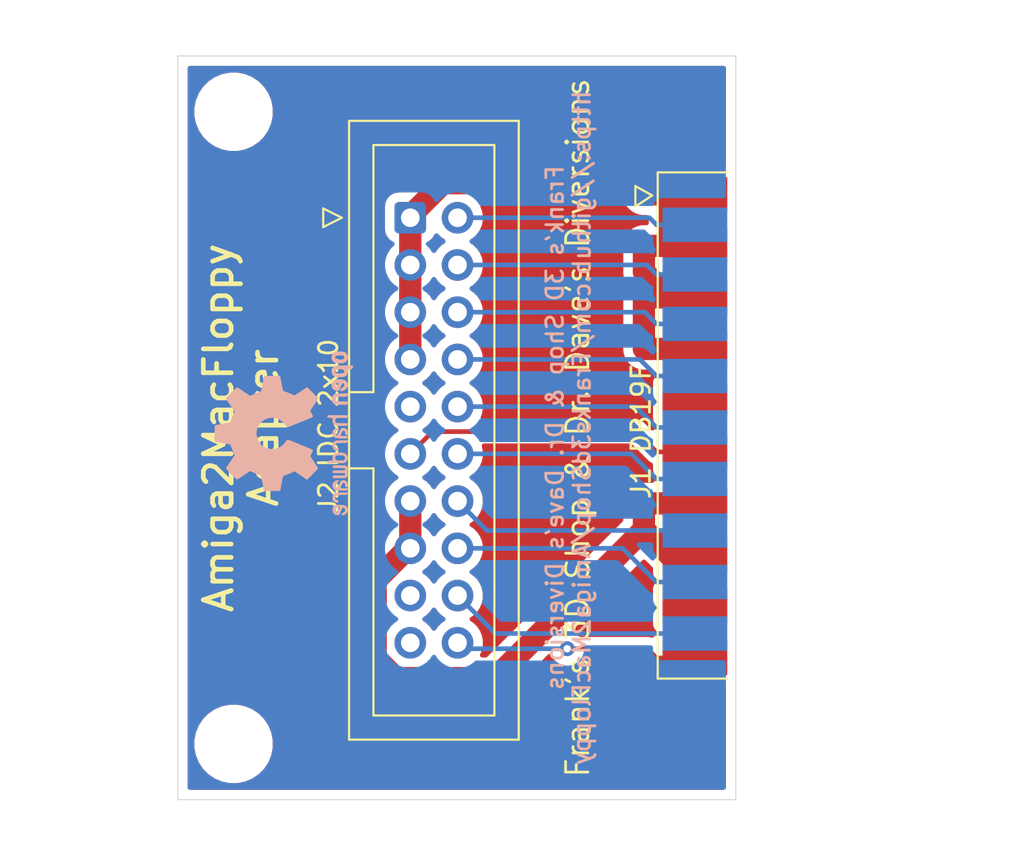
<source format=kicad_pcb>
(kicad_pcb (version 20171130) (host pcbnew "(5.1.9)-1")

  (general
    (thickness 1.6)
    (drawings 10)
    (tracks 64)
    (zones 0)
    (modules 5)
    (nets 14)
  )

  (page USLetter)
  (title_block
    (title "Amiga to Mac Floppy DB19M to IDC 2x10 Adapter")
    (date 2021-05-02)
    (rev 1.0)
    (company "Frank's 3D Shop")
    (comment 1 "Idea from Dr. Dave Diversions")
  )

  (layers
    (0 F.Cu signal)
    (31 B.Cu signal)
    (32 B.Adhes user)
    (33 F.Adhes user)
    (34 B.Paste user)
    (35 F.Paste user)
    (36 B.SilkS user)
    (37 F.SilkS user)
    (38 B.Mask user)
    (39 F.Mask user)
    (40 Dwgs.User user)
    (41 Cmts.User user)
    (42 Eco1.User user)
    (43 Eco2.User user)
    (44 Edge.Cuts user)
    (45 Margin user)
    (46 B.CrtYd user)
    (47 F.CrtYd user)
    (48 B.Fab user)
    (49 F.Fab user)
  )

  (setup
    (last_trace_width 0.25)
    (trace_clearance 0.2)
    (zone_clearance 0.508)
    (zone_45_only no)
    (trace_min 0.2)
    (via_size 0.8)
    (via_drill 0.4)
    (via_min_size 0.4)
    (via_min_drill 0.3)
    (uvia_size 0.3)
    (uvia_drill 0.1)
    (uvias_allowed no)
    (uvia_min_size 0.2)
    (uvia_min_drill 0.1)
    (edge_width 0.05)
    (segment_width 0.2)
    (pcb_text_width 0.3)
    (pcb_text_size 1.5 1.5)
    (mod_edge_width 0.12)
    (mod_text_size 1 1)
    (mod_text_width 0.15)
    (pad_size 1.6 1.6)
    (pad_drill 0.8)
    (pad_to_mask_clearance 0)
    (aux_axis_origin 15.92072 15.24508)
    (grid_origin 116.46776 77.69296)
    (visible_elements 7FFFFFFF)
    (pcbplotparams
      (layerselection 0x010fc_ffffffff)
      (usegerberextensions false)
      (usegerberattributes true)
      (usegerberadvancedattributes true)
      (creategerberjobfile true)
      (excludeedgelayer true)
      (linewidth 0.100000)
      (plotframeref false)
      (viasonmask false)
      (mode 1)
      (useauxorigin false)
      (hpglpennumber 1)
      (hpglpenspeed 20)
      (hpglpendiameter 15.000000)
      (psnegative false)
      (psa4output false)
      (plotreference true)
      (plotvalue true)
      (plotinvisibletext false)
      (padsonsilk false)
      (subtractmaskfromsilk false)
      (outputformat 1)
      (mirror false)
      (drillshape 0)
      (scaleselection 1)
      (outputdirectory "Gerber/"))
  )

  (net 0 "")
  (net 1 GND)
  (net 2 +12V)
  (net 3 DIR)
  (net 4 _DKWE)
  (net 5 WR)
  (net 6 RD)
  (net 7 PWM)
  (net 8 PH0)
  (net 9 SEL)
  (net 10 PH3)
  (net 11 PH2)
  (net 12 _ENABLE)
  (net 13 +5V)

  (net_class Default "This is the default net class."
    (clearance 0.2)
    (trace_width 0.25)
    (via_dia 0.8)
    (via_drill 0.4)
    (uvia_dia 0.3)
    (uvia_drill 0.1)
    (add_net +5V)
    (add_net DIR)
    (add_net PH0)
    (add_net PH2)
    (add_net PH3)
    (add_net PWM)
    (add_net RD)
    (add_net SEL)
    (add_net WR)
    (add_net _DKWE)
    (add_net _ENABLE)
  )

  (net_class Power ""
    (clearance 0.4)
    (trace_width 1.2)
    (via_dia 0.8)
    (via_drill 0.4)
    (uvia_dia 0.3)
    (uvia_drill 0.1)
    (add_net +12V)
    (add_net GND)
  )

  (module Symbol:OSHW-Logo2_9.8x8mm_SilkScreen (layer B.Cu) (tedit 0) (tstamp 6100551C)
    (at 136.16776 108.49296 270)
    (descr "Open Source Hardware Symbol")
    (tags "Logo Symbol OSHW")
    (attr virtual)
    (fp_text reference "Open Harware Logo BAck" (at 0 0 270) (layer B.SilkS) hide
      (effects (font (size 1 1) (thickness 0.15)) (justify mirror))
    )
    (fp_text value OSHW-Logo2_9.8x8mm_SilkScreen (at 0.75 0 270) (layer B.Fab) hide
      (effects (font (size 1 1) (thickness 0.15)) (justify mirror))
    )
    (fp_poly (pts (xy -3.231114 -2.584505) (xy -3.156461 -2.621727) (xy -3.090569 -2.690261) (xy -3.072423 -2.715648)
      (xy -3.052655 -2.748866) (xy -3.039828 -2.784945) (xy -3.03249 -2.833098) (xy -3.029187 -2.902536)
      (xy -3.028462 -2.994206) (xy -3.031737 -3.11983) (xy -3.043123 -3.214154) (xy -3.064959 -3.284523)
      (xy -3.099581 -3.338286) (xy -3.14933 -3.382788) (xy -3.152986 -3.385423) (xy -3.202015 -3.412377)
      (xy -3.261055 -3.425712) (xy -3.336141 -3.429) (xy -3.458205 -3.429) (xy -3.458256 -3.547497)
      (xy -3.459392 -3.613492) (xy -3.466314 -3.652202) (xy -3.484402 -3.675419) (xy -3.519038 -3.694933)
      (xy -3.527355 -3.69892) (xy -3.56628 -3.717603) (xy -3.596417 -3.729403) (xy -3.618826 -3.730422)
      (xy -3.634567 -3.716761) (xy -3.644698 -3.684522) (xy -3.650277 -3.629804) (xy -3.652365 -3.548711)
      (xy -3.652019 -3.437344) (xy -3.6503 -3.291802) (xy -3.649763 -3.248269) (xy -3.647828 -3.098205)
      (xy -3.646096 -3.000042) (xy -3.458308 -3.000042) (xy -3.457252 -3.083364) (xy -3.452562 -3.13788)
      (xy -3.441949 -3.173837) (xy -3.423128 -3.201482) (xy -3.41035 -3.214965) (xy -3.35811 -3.254417)
      (xy -3.311858 -3.257628) (xy -3.264133 -3.225049) (xy -3.262923 -3.223846) (xy -3.243506 -3.198668)
      (xy -3.231693 -3.164447) (xy -3.225735 -3.111748) (xy -3.22388 -3.031131) (xy -3.223846 -3.013271)
      (xy -3.22833 -2.902175) (xy -3.242926 -2.825161) (xy -3.26935 -2.778147) (xy -3.309317 -2.75705)
      (xy -3.332416 -2.754923) (xy -3.387238 -2.7649) (xy -3.424842 -2.797752) (xy -3.447477 -2.857857)
      (xy -3.457394 -2.949598) (xy -3.458308 -3.000042) (xy -3.646096 -3.000042) (xy -3.645778 -2.98206)
      (xy -3.643127 -2.894679) (xy -3.639394 -2.830905) (xy -3.634093 -2.785582) (xy -3.626742 -2.753555)
      (xy -3.616857 -2.729668) (xy -3.603954 -2.708764) (xy -3.598421 -2.700898) (xy -3.525031 -2.626595)
      (xy -3.43224 -2.584467) (xy -3.324904 -2.572722) (xy -3.231114 -2.584505)) (layer B.SilkS) (width 0.01))
    (fp_poly (pts (xy -1.728336 -2.595089) (xy -1.665633 -2.631358) (xy -1.622039 -2.667358) (xy -1.590155 -2.705075)
      (xy -1.56819 -2.751199) (xy -1.554351 -2.812421) (xy -1.546847 -2.895431) (xy -1.543883 -3.006919)
      (xy -1.543539 -3.087062) (xy -1.543539 -3.382065) (xy -1.709615 -3.456515) (xy -1.719385 -3.133402)
      (xy -1.723421 -3.012729) (xy -1.727656 -2.925141) (xy -1.732903 -2.86465) (xy -1.739975 -2.825268)
      (xy -1.749689 -2.801007) (xy -1.762856 -2.78588) (xy -1.767081 -2.782606) (xy -1.831091 -2.757034)
      (xy -1.895792 -2.767153) (xy -1.934308 -2.794) (xy -1.949975 -2.813024) (xy -1.96082 -2.837988)
      (xy -1.967712 -2.875834) (xy -1.971521 -2.933502) (xy -1.973117 -3.017935) (xy -1.973385 -3.105928)
      (xy -1.973437 -3.216323) (xy -1.975328 -3.294463) (xy -1.981655 -3.347165) (xy -1.995017 -3.381242)
      (xy -2.018015 -3.403511) (xy -2.053246 -3.420787) (xy -2.100303 -3.438738) (xy -2.151697 -3.458278)
      (xy -2.145579 -3.111485) (xy -2.143116 -2.986468) (xy -2.140233 -2.894082) (xy -2.136102 -2.827881)
      (xy -2.129893 -2.78142) (xy -2.120774 -2.748256) (xy -2.107917 -2.721944) (xy -2.092416 -2.698729)
      (xy -2.017629 -2.624569) (xy -1.926372 -2.581684) (xy -1.827117 -2.571412) (xy -1.728336 -2.595089)) (layer B.SilkS) (width 0.01))
    (fp_poly (pts (xy -3.983114 -2.587256) (xy -3.891536 -2.635409) (xy -3.823951 -2.712905) (xy -3.799943 -2.762727)
      (xy -3.781262 -2.837533) (xy -3.771699 -2.932052) (xy -3.770792 -3.03521) (xy -3.778079 -3.135935)
      (xy -3.793097 -3.223153) (xy -3.815385 -3.285791) (xy -3.822235 -3.296579) (xy -3.903368 -3.377105)
      (xy -3.999734 -3.425336) (xy -4.104299 -3.43945) (xy -4.210032 -3.417629) (xy -4.239457 -3.404547)
      (xy -4.296759 -3.364231) (xy -4.34705 -3.310775) (xy -4.351803 -3.303995) (xy -4.371122 -3.271321)
      (xy -4.383892 -3.236394) (xy -4.391436 -3.190414) (xy -4.395076 -3.124584) (xy -4.396135 -3.030105)
      (xy -4.396154 -3.008923) (xy -4.396106 -3.002182) (xy -4.200769 -3.002182) (xy -4.199632 -3.091349)
      (xy -4.195159 -3.15052) (xy -4.185754 -3.188741) (xy -4.169824 -3.215053) (xy -4.161692 -3.223846)
      (xy -4.114942 -3.257261) (xy -4.069553 -3.255737) (xy -4.02366 -3.226752) (xy -3.996288 -3.195809)
      (xy -3.980077 -3.150643) (xy -3.970974 -3.07942) (xy -3.970349 -3.071114) (xy -3.968796 -2.942037)
      (xy -3.985035 -2.846172) (xy -4.018848 -2.784107) (xy -4.070016 -2.756432) (xy -4.08828 -2.754923)
      (xy -4.13624 -2.762513) (xy -4.169047 -2.788808) (xy -4.189105 -2.839095) (xy -4.198822 -2.918664)
      (xy -4.200769 -3.002182) (xy -4.396106 -3.002182) (xy -4.395426 -2.908249) (xy -4.392371 -2.837906)
      (xy -4.385678 -2.789163) (xy -4.37404 -2.753288) (xy -4.356147 -2.721548) (xy -4.352192 -2.715648)
      (xy -4.285733 -2.636104) (xy -4.213315 -2.589929) (xy -4.125151 -2.571599) (xy -4.095213 -2.570703)
      (xy -3.983114 -2.587256)) (layer B.SilkS) (width 0.01))
    (fp_poly (pts (xy -2.465746 -2.599745) (xy -2.388714 -2.651567) (xy -2.329184 -2.726412) (xy -2.293622 -2.821654)
      (xy -2.286429 -2.891756) (xy -2.287246 -2.921009) (xy -2.294086 -2.943407) (xy -2.312888 -2.963474)
      (xy -2.349592 -2.985733) (xy -2.410138 -3.014709) (xy -2.500466 -3.054927) (xy -2.500923 -3.055129)
      (xy -2.584067 -3.09321) (xy -2.652247 -3.127025) (xy -2.698495 -3.152933) (xy -2.715842 -3.167295)
      (xy -2.715846 -3.167411) (xy -2.700557 -3.198685) (xy -2.664804 -3.233157) (xy -2.623758 -3.25799)
      (xy -2.602963 -3.262923) (xy -2.54623 -3.245862) (xy -2.497373 -3.203133) (xy -2.473535 -3.156155)
      (xy -2.450603 -3.121522) (xy -2.405682 -3.082081) (xy -2.352877 -3.048009) (xy -2.30629 -3.02948)
      (xy -2.296548 -3.028462) (xy -2.285582 -3.045215) (xy -2.284921 -3.088039) (xy -2.29298 -3.145781)
      (xy -2.308173 -3.207289) (xy -2.328914 -3.261409) (xy -2.329962 -3.26351) (xy -2.392379 -3.35066)
      (xy -2.473274 -3.409939) (xy -2.565144 -3.439034) (xy -2.660487 -3.435634) (xy -2.751802 -3.397428)
      (xy -2.755862 -3.394741) (xy -2.827694 -3.329642) (xy -2.874927 -3.244705) (xy -2.901066 -3.133021)
      (xy -2.904574 -3.101643) (xy -2.910787 -2.953536) (xy -2.903339 -2.884468) (xy -2.715846 -2.884468)
      (xy -2.71341 -2.927552) (xy -2.700086 -2.940126) (xy -2.666868 -2.930719) (xy -2.614506 -2.908483)
      (xy -2.555976 -2.88061) (xy -2.554521 -2.879872) (xy -2.504911 -2.853777) (xy -2.485 -2.836363)
      (xy -2.48991 -2.818107) (xy -2.510584 -2.79412) (xy -2.563181 -2.759406) (xy -2.619823 -2.756856)
      (xy -2.670631 -2.782119) (xy -2.705724 -2.830847) (xy -2.715846 -2.884468) (xy -2.903339 -2.884468)
      (xy -2.898008 -2.835036) (xy -2.865222 -2.741055) (xy -2.819579 -2.675215) (xy -2.737198 -2.608681)
      (xy -2.646454 -2.575676) (xy -2.553815 -2.573573) (xy -2.465746 -2.599745)) (layer B.SilkS) (width 0.01))
    (fp_poly (pts (xy -0.840154 -2.49212) (xy -0.834428 -2.57198) (xy -0.827851 -2.619039) (xy -0.818738 -2.639566)
      (xy -0.805402 -2.639829) (xy -0.801077 -2.637378) (xy -0.743556 -2.619636) (xy -0.668732 -2.620672)
      (xy -0.592661 -2.63891) (xy -0.545082 -2.662505) (xy -0.496298 -2.700198) (xy -0.460636 -2.742855)
      (xy -0.436155 -2.797057) (xy -0.420913 -2.869384) (xy -0.41297 -2.966419) (xy -0.410384 -3.094742)
      (xy -0.410338 -3.119358) (xy -0.410308 -3.39587) (xy -0.471839 -3.41732) (xy -0.515541 -3.431912)
      (xy -0.539518 -3.438706) (xy -0.540223 -3.438769) (xy -0.542585 -3.420345) (xy -0.544594 -3.369526)
      (xy -0.546099 -3.292993) (xy -0.546947 -3.19743) (xy -0.547077 -3.139329) (xy -0.547349 -3.024771)
      (xy -0.548748 -2.942667) (xy -0.552151 -2.886393) (xy -0.558433 -2.849326) (xy -0.568471 -2.824844)
      (xy -0.583139 -2.806325) (xy -0.592298 -2.797406) (xy -0.655211 -2.761466) (xy -0.723864 -2.758775)
      (xy -0.786152 -2.78917) (xy -0.797671 -2.800144) (xy -0.814567 -2.820779) (xy -0.826286 -2.845256)
      (xy -0.833767 -2.880647) (xy -0.837946 -2.934026) (xy -0.839763 -3.012466) (xy -0.840154 -3.120617)
      (xy -0.840154 -3.39587) (xy -0.901685 -3.41732) (xy -0.945387 -3.431912) (xy -0.969364 -3.438706)
      (xy -0.97007 -3.438769) (xy -0.971874 -3.420069) (xy -0.9735 -3.367322) (xy -0.974883 -3.285557)
      (xy -0.975958 -3.179805) (xy -0.97666 -3.055094) (xy -0.976923 -2.916455) (xy -0.976923 -2.381806)
      (xy -0.849923 -2.328236) (xy -0.840154 -2.49212)) (layer B.SilkS) (width 0.01))
    (fp_poly (pts (xy 0.053501 -2.626303) (xy 0.13006 -2.654733) (xy 0.130936 -2.655279) (xy 0.178285 -2.690127)
      (xy 0.213241 -2.730852) (xy 0.237825 -2.783925) (xy 0.254062 -2.855814) (xy 0.263975 -2.952992)
      (xy 0.269586 -3.081928) (xy 0.270077 -3.100298) (xy 0.277141 -3.377287) (xy 0.217695 -3.408028)
      (xy 0.174681 -3.428802) (xy 0.14871 -3.438646) (xy 0.147509 -3.438769) (xy 0.143014 -3.420606)
      (xy 0.139444 -3.371612) (xy 0.137248 -3.300031) (xy 0.136769 -3.242068) (xy 0.136758 -3.14817)
      (xy 0.132466 -3.089203) (xy 0.117503 -3.061079) (xy 0.085482 -3.059706) (xy 0.030014 -3.080998)
      (xy -0.053731 -3.120136) (xy -0.115311 -3.152643) (xy -0.146983 -3.180845) (xy -0.156294 -3.211582)
      (xy -0.156308 -3.213104) (xy -0.140943 -3.266054) (xy -0.095453 -3.29466) (xy -0.025834 -3.298803)
      (xy 0.024313 -3.298084) (xy 0.050754 -3.312527) (xy 0.067243 -3.347218) (xy 0.076733 -3.391416)
      (xy 0.063057 -3.416493) (xy 0.057907 -3.420082) (xy 0.009425 -3.434496) (xy -0.058469 -3.436537)
      (xy -0.128388 -3.426983) (xy -0.177932 -3.409522) (xy -0.24643 -3.351364) (xy -0.285366 -3.270408)
      (xy -0.293077 -3.20716) (xy -0.287193 -3.150111) (xy -0.265899 -3.103542) (xy -0.223735 -3.062181)
      (xy -0.155241 -3.020755) (xy -0.054956 -2.973993) (xy -0.048846 -2.97135) (xy 0.04149 -2.929617)
      (xy 0.097235 -2.895391) (xy 0.121129 -2.864635) (xy 0.115913 -2.833311) (xy 0.084328 -2.797383)
      (xy 0.074883 -2.789116) (xy 0.011617 -2.757058) (xy -0.053936 -2.758407) (xy -0.111028 -2.789838)
      (xy -0.148907 -2.848024) (xy -0.152426 -2.859446) (xy -0.1867 -2.914837) (xy -0.230191 -2.941518)
      (xy -0.293077 -2.96796) (xy -0.293077 -2.899548) (xy -0.273948 -2.80011) (xy -0.217169 -2.708902)
      (xy -0.187622 -2.678389) (xy -0.120458 -2.639228) (xy -0.035044 -2.6215) (xy 0.053501 -2.626303)) (layer B.SilkS) (width 0.01))
    (fp_poly (pts (xy 0.713362 -2.62467) (xy 0.802117 -2.657421) (xy 0.874022 -2.71535) (xy 0.902144 -2.756128)
      (xy 0.932802 -2.830954) (xy 0.932165 -2.885058) (xy 0.899987 -2.921446) (xy 0.888081 -2.927633)
      (xy 0.836675 -2.946925) (xy 0.810422 -2.941982) (xy 0.80153 -2.909587) (xy 0.801077 -2.891692)
      (xy 0.784797 -2.825859) (xy 0.742365 -2.779807) (xy 0.683388 -2.757564) (xy 0.617475 -2.763161)
      (xy 0.563895 -2.792229) (xy 0.545798 -2.80881) (xy 0.532971 -2.828925) (xy 0.524306 -2.859332)
      (xy 0.518696 -2.906788) (xy 0.515035 -2.97805) (xy 0.512215 -3.079875) (xy 0.511484 -3.112115)
      (xy 0.50882 -3.22241) (xy 0.505792 -3.300036) (xy 0.50125 -3.351396) (xy 0.494046 -3.38289)
      (xy 0.483033 -3.40092) (xy 0.46706 -3.411888) (xy 0.456834 -3.416733) (xy 0.413406 -3.433301)
      (xy 0.387842 -3.438769) (xy 0.379395 -3.420507) (xy 0.374239 -3.365296) (xy 0.372346 -3.272499)
      (xy 0.373689 -3.141478) (xy 0.374107 -3.121269) (xy 0.377058 -3.001733) (xy 0.380548 -2.914449)
      (xy 0.385514 -2.852591) (xy 0.392893 -2.809336) (xy 0.403624 -2.77786) (xy 0.418645 -2.751339)
      (xy 0.426502 -2.739975) (xy 0.471553 -2.689692) (xy 0.52194 -2.650581) (xy 0.528108 -2.647167)
      (xy 0.618458 -2.620212) (xy 0.713362 -2.62467)) (layer B.SilkS) (width 0.01))
    (fp_poly (pts (xy 1.602081 -2.780289) (xy 1.601833 -2.92632) (xy 1.600872 -3.038655) (xy 1.598794 -3.122678)
      (xy 1.595193 -3.183769) (xy 1.589665 -3.227309) (xy 1.581804 -3.258679) (xy 1.571207 -3.283262)
      (xy 1.563182 -3.297294) (xy 1.496728 -3.373388) (xy 1.41247 -3.421084) (xy 1.319249 -3.438199)
      (xy 1.2259 -3.422546) (xy 1.170312 -3.394418) (xy 1.111957 -3.34576) (xy 1.072186 -3.286333)
      (xy 1.04819 -3.208507) (xy 1.037161 -3.104652) (xy 1.035599 -3.028462) (xy 1.035809 -3.022986)
      (xy 1.172308 -3.022986) (xy 1.173141 -3.110355) (xy 1.176961 -3.168192) (xy 1.185746 -3.206029)
      (xy 1.201474 -3.233398) (xy 1.220266 -3.254042) (xy 1.283375 -3.29389) (xy 1.351137 -3.297295)
      (xy 1.415179 -3.264025) (xy 1.420164 -3.259517) (xy 1.441439 -3.236067) (xy 1.454779 -3.208166)
      (xy 1.462001 -3.166641) (xy 1.464923 -3.102316) (xy 1.465385 -3.0312) (xy 1.464383 -2.941858)
      (xy 1.460238 -2.882258) (xy 1.451236 -2.843089) (xy 1.435667 -2.81504) (xy 1.422902 -2.800144)
      (xy 1.3636 -2.762575) (xy 1.295301 -2.758057) (xy 1.23011 -2.786753) (xy 1.217528 -2.797406)
      (xy 1.196111 -2.821063) (xy 1.182744 -2.849251) (xy 1.175566 -2.891245) (xy 1.172719 -2.956319)
      (xy 1.172308 -3.022986) (xy 1.035809 -3.022986) (xy 1.040322 -2.905765) (xy 1.056362 -2.813577)
      (xy 1.086528 -2.744269) (xy 1.133629 -2.690211) (xy 1.170312 -2.662505) (xy 1.23699 -2.632572)
      (xy 1.314272 -2.618678) (xy 1.38611 -2.622397) (xy 1.426308 -2.6374) (xy 1.442082 -2.64167)
      (xy 1.45255 -2.62575) (xy 1.459856 -2.583089) (xy 1.465385 -2.518106) (xy 1.471437 -2.445732)
      (xy 1.479844 -2.402187) (xy 1.495141 -2.377287) (xy 1.521864 -2.360845) (xy 1.538654 -2.353564)
      (xy 1.602154 -2.326963) (xy 1.602081 -2.780289)) (layer B.SilkS) (width 0.01))
    (fp_poly (pts (xy 2.395929 -2.636662) (xy 2.398911 -2.688068) (xy 2.401247 -2.766192) (xy 2.402749 -2.864857)
      (xy 2.403231 -2.968343) (xy 2.403231 -3.318533) (xy 2.341401 -3.380363) (xy 2.298793 -3.418462)
      (xy 2.26139 -3.433895) (xy 2.21027 -3.432918) (xy 2.189978 -3.430433) (xy 2.126554 -3.4232)
      (xy 2.074095 -3.419055) (xy 2.061308 -3.418672) (xy 2.018199 -3.421176) (xy 1.956544 -3.427462)
      (xy 1.932638 -3.430433) (xy 1.873922 -3.435028) (xy 1.834464 -3.425046) (xy 1.795338 -3.394228)
      (xy 1.781215 -3.380363) (xy 1.719385 -3.318533) (xy 1.719385 -2.663503) (xy 1.76915 -2.640829)
      (xy 1.812002 -2.624034) (xy 1.837073 -2.618154) (xy 1.843501 -2.636736) (xy 1.849509 -2.688655)
      (xy 1.854697 -2.768172) (xy 1.858664 -2.869546) (xy 1.860577 -2.955192) (xy 1.865923 -3.292231)
      (xy 1.91256 -3.298825) (xy 1.954976 -3.294214) (xy 1.97576 -3.279287) (xy 1.98157 -3.251377)
      (xy 1.98653 -3.191925) (xy 1.990246 -3.108466) (xy 1.992324 -3.008532) (xy 1.992624 -2.957104)
      (xy 1.992923 -2.661054) (xy 2.054454 -2.639604) (xy 2.098004 -2.62502) (xy 2.121694 -2.618219)
      (xy 2.122377 -2.618154) (xy 2.124754 -2.636642) (xy 2.127366 -2.687906) (xy 2.129995 -2.765649)
      (xy 2.132421 -2.863574) (xy 2.134115 -2.955192) (xy 2.139461 -3.292231) (xy 2.256692 -3.292231)
      (xy 2.262072 -2.984746) (xy 2.267451 -2.677261) (xy 2.324601 -2.647707) (xy 2.366797 -2.627413)
      (xy 2.39177 -2.618204) (xy 2.392491 -2.618154) (xy 2.395929 -2.636662)) (layer B.SilkS) (width 0.01))
    (fp_poly (pts (xy 2.887333 -2.633528) (xy 2.94359 -2.659117) (xy 2.987747 -2.690124) (xy 3.020101 -2.724795)
      (xy 3.042438 -2.76952) (xy 3.056546 -2.830692) (xy 3.064211 -2.914701) (xy 3.06722 -3.02794)
      (xy 3.067538 -3.102509) (xy 3.067538 -3.39342) (xy 3.017773 -3.416095) (xy 2.978576 -3.432667)
      (xy 2.959157 -3.438769) (xy 2.955442 -3.42061) (xy 2.952495 -3.371648) (xy 2.950691 -3.300153)
      (xy 2.950308 -3.243385) (xy 2.948661 -3.161371) (xy 2.944222 -3.096309) (xy 2.93774 -3.056467)
      (xy 2.93259 -3.048) (xy 2.897977 -3.056646) (xy 2.84364 -3.078823) (xy 2.780722 -3.108886)
      (xy 2.720368 -3.141192) (xy 2.673721 -3.170098) (xy 2.651926 -3.189961) (xy 2.651839 -3.190175)
      (xy 2.653714 -3.226935) (xy 2.670525 -3.262026) (xy 2.700039 -3.290528) (xy 2.743116 -3.300061)
      (xy 2.779932 -3.29895) (xy 2.832074 -3.298133) (xy 2.859444 -3.310349) (xy 2.875882 -3.342624)
      (xy 2.877955 -3.34871) (xy 2.885081 -3.394739) (xy 2.866024 -3.422687) (xy 2.816353 -3.436007)
      (xy 2.762697 -3.43847) (xy 2.666142 -3.42021) (xy 2.616159 -3.394131) (xy 2.554429 -3.332868)
      (xy 2.52169 -3.25767) (xy 2.518753 -3.178211) (xy 2.546424 -3.104167) (xy 2.588047 -3.057769)
      (xy 2.629604 -3.031793) (xy 2.694922 -2.998907) (xy 2.771038 -2.965557) (xy 2.783726 -2.960461)
      (xy 2.867333 -2.923565) (xy 2.91553 -2.891046) (xy 2.93103 -2.858718) (xy 2.91655 -2.822394)
      (xy 2.891692 -2.794) (xy 2.832939 -2.759039) (xy 2.768293 -2.756417) (xy 2.709008 -2.783358)
      (xy 2.666339 -2.837088) (xy 2.660739 -2.85095) (xy 2.628133 -2.901936) (xy 2.58053 -2.939787)
      (xy 2.520461 -2.97085) (xy 2.520461 -2.882768) (xy 2.523997 -2.828951) (xy 2.539156 -2.786534)
      (xy 2.572768 -2.741279) (xy 2.605035 -2.70642) (xy 2.655209 -2.657062) (xy 2.694193 -2.630547)
      (xy 2.736064 -2.619911) (xy 2.78346 -2.618154) (xy 2.887333 -2.633528)) (layer B.SilkS) (width 0.01))
    (fp_poly (pts (xy 3.570807 -2.636782) (xy 3.594161 -2.646988) (xy 3.649902 -2.691134) (xy 3.697569 -2.754967)
      (xy 3.727048 -2.823087) (xy 3.731846 -2.85667) (xy 3.71576 -2.903556) (xy 3.680475 -2.928365)
      (xy 3.642644 -2.943387) (xy 3.625321 -2.946155) (xy 3.616886 -2.926066) (xy 3.60023 -2.882351)
      (xy 3.592923 -2.862598) (xy 3.551948 -2.794271) (xy 3.492622 -2.760191) (xy 3.416552 -2.761239)
      (xy 3.410918 -2.762581) (xy 3.370305 -2.781836) (xy 3.340448 -2.819375) (xy 3.320055 -2.879809)
      (xy 3.307836 -2.967751) (xy 3.3025 -3.087813) (xy 3.302 -3.151698) (xy 3.301752 -3.252403)
      (xy 3.300126 -3.321054) (xy 3.295801 -3.364673) (xy 3.287454 -3.390282) (xy 3.273765 -3.404903)
      (xy 3.253411 -3.415558) (xy 3.252234 -3.416095) (xy 3.213038 -3.432667) (xy 3.193619 -3.438769)
      (xy 3.190635 -3.420319) (xy 3.188081 -3.369323) (xy 3.18614 -3.292308) (xy 3.184997 -3.195805)
      (xy 3.184769 -3.125184) (xy 3.185932 -2.988525) (xy 3.190479 -2.884851) (xy 3.199999 -2.808108)
      (xy 3.216081 -2.752246) (xy 3.240313 -2.711212) (xy 3.274286 -2.678954) (xy 3.307833 -2.65644)
      (xy 3.388499 -2.626476) (xy 3.482381 -2.619718) (xy 3.570807 -2.636782)) (layer B.SilkS) (width 0.01))
    (fp_poly (pts (xy 4.245224 -2.647838) (xy 4.322528 -2.698361) (xy 4.359814 -2.74359) (xy 4.389353 -2.825663)
      (xy 4.391699 -2.890607) (xy 4.386385 -2.977445) (xy 4.186115 -3.065103) (xy 4.088739 -3.109887)
      (xy 4.025113 -3.145913) (xy 3.992029 -3.177117) (xy 3.98628 -3.207436) (xy 4.004658 -3.240805)
      (xy 4.024923 -3.262923) (xy 4.083889 -3.298393) (xy 4.148024 -3.300879) (xy 4.206926 -3.273235)
      (xy 4.250197 -3.21832) (xy 4.257936 -3.198928) (xy 4.295006 -3.138364) (xy 4.337654 -3.112552)
      (xy 4.396154 -3.090471) (xy 4.396154 -3.174184) (xy 4.390982 -3.23115) (xy 4.370723 -3.279189)
      (xy 4.328262 -3.334346) (xy 4.321951 -3.341514) (xy 4.27472 -3.390585) (xy 4.234121 -3.41692)
      (xy 4.183328 -3.429035) (xy 4.14122 -3.433003) (xy 4.065902 -3.433991) (xy 4.012286 -3.421466)
      (xy 3.978838 -3.402869) (xy 3.926268 -3.361975) (xy 3.889879 -3.317748) (xy 3.86685 -3.262126)
      (xy 3.854359 -3.187047) (xy 3.849587 -3.084449) (xy 3.849206 -3.032376) (xy 3.850501 -2.969948)
      (xy 3.968471 -2.969948) (xy 3.969839 -3.003438) (xy 3.973249 -3.008923) (xy 3.995753 -3.001472)
      (xy 4.044182 -2.981753) (xy 4.108908 -2.953718) (xy 4.122443 -2.947692) (xy 4.204244 -2.906096)
      (xy 4.249312 -2.869538) (xy 4.259217 -2.835296) (xy 4.235526 -2.800648) (xy 4.21596 -2.785339)
      (xy 4.14536 -2.754721) (xy 4.07928 -2.75978) (xy 4.023959 -2.797151) (xy 3.985636 -2.863473)
      (xy 3.973349 -2.916116) (xy 3.968471 -2.969948) (xy 3.850501 -2.969948) (xy 3.85173 -2.91072)
      (xy 3.861032 -2.82071) (xy 3.87946 -2.755167) (xy 3.90936 -2.706912) (xy 3.95308 -2.668767)
      (xy 3.972141 -2.65644) (xy 4.058726 -2.624336) (xy 4.153522 -2.622316) (xy 4.245224 -2.647838)) (layer B.SilkS) (width 0.01))
    (fp_poly (pts (xy 0.139878 3.712224) (xy 0.245612 3.711645) (xy 0.322132 3.710078) (xy 0.374372 3.707028)
      (xy 0.407263 3.702004) (xy 0.425737 3.694511) (xy 0.434727 3.684056) (xy 0.439163 3.670147)
      (xy 0.439594 3.668346) (xy 0.446333 3.635855) (xy 0.458808 3.571748) (xy 0.475719 3.482849)
      (xy 0.495771 3.375981) (xy 0.517664 3.257967) (xy 0.518429 3.253822) (xy 0.540359 3.138169)
      (xy 0.560877 3.035986) (xy 0.578659 2.953402) (xy 0.592381 2.896544) (xy 0.600718 2.871542)
      (xy 0.601116 2.871099) (xy 0.625677 2.85889) (xy 0.676315 2.838544) (xy 0.742095 2.814455)
      (xy 0.742461 2.814326) (xy 0.825317 2.783182) (xy 0.923 2.743509) (xy 1.015077 2.703619)
      (xy 1.019434 2.701647) (xy 1.169407 2.63358) (xy 1.501498 2.860361) (xy 1.603374 2.929496)
      (xy 1.695657 2.991303) (xy 1.773003 3.042267) (xy 1.830064 3.078873) (xy 1.861495 3.097606)
      (xy 1.864479 3.098996) (xy 1.887321 3.09281) (xy 1.929982 3.062965) (xy 1.994128 3.008053)
      (xy 2.081421 2.926666) (xy 2.170535 2.840078) (xy 2.256441 2.754753) (xy 2.333327 2.676892)
      (xy 2.396564 2.611303) (xy 2.441523 2.562795) (xy 2.463576 2.536175) (xy 2.464396 2.534805)
      (xy 2.466834 2.516537) (xy 2.45765 2.486705) (xy 2.434574 2.441279) (xy 2.395337 2.37623)
      (xy 2.33767 2.28753) (xy 2.260795 2.173343) (xy 2.19257 2.072838) (xy 2.131582 1.982697)
      (xy 2.081356 1.908151) (xy 2.045416 1.854435) (xy 2.027287 1.826782) (xy 2.026146 1.824905)
      (xy 2.028359 1.79841) (xy 2.045138 1.746914) (xy 2.073142 1.680149) (xy 2.083122 1.658828)
      (xy 2.126672 1.563841) (xy 2.173134 1.456063) (xy 2.210877 1.362808) (xy 2.238073 1.293594)
      (xy 2.259675 1.240994) (xy 2.272158 1.213503) (xy 2.273709 1.211384) (xy 2.296668 1.207876)
      (xy 2.350786 1.198262) (xy 2.428868 1.183911) (xy 2.523719 1.166193) (xy 2.628143 1.146475)
      (xy 2.734944 1.126126) (xy 2.836926 1.106514) (xy 2.926894 1.089009) (xy 2.997653 1.074978)
      (xy 3.042006 1.065791) (xy 3.052885 1.063193) (xy 3.064122 1.056782) (xy 3.072605 1.042303)
      (xy 3.078714 1.014867) (xy 3.082832 0.969589) (xy 3.085341 0.90158) (xy 3.086621 0.805953)
      (xy 3.087054 0.67782) (xy 3.087077 0.625299) (xy 3.087077 0.198155) (xy 2.9845 0.177909)
      (xy 2.927431 0.16693) (xy 2.842269 0.150905) (xy 2.739372 0.131767) (xy 2.629096 0.111449)
      (xy 2.598615 0.105868) (xy 2.496855 0.086083) (xy 2.408205 0.066627) (xy 2.340108 0.049303)
      (xy 2.300004 0.035912) (xy 2.293323 0.031921) (xy 2.276919 0.003658) (xy 2.253399 -0.051109)
      (xy 2.227316 -0.121588) (xy 2.222142 -0.136769) (xy 2.187956 -0.230896) (xy 2.145523 -0.337101)
      (xy 2.103997 -0.432473) (xy 2.103792 -0.432916) (xy 2.03464 -0.582525) (xy 2.489512 -1.251617)
      (xy 2.1975 -1.544116) (xy 2.10918 -1.63117) (xy 2.028625 -1.707909) (xy 1.96036 -1.770237)
      (xy 1.908908 -1.814056) (xy 1.878794 -1.83527) (xy 1.874474 -1.836616) (xy 1.849111 -1.826016)
      (xy 1.797358 -1.796547) (xy 1.724868 -1.751705) (xy 1.637294 -1.694984) (xy 1.542612 -1.631462)
      (xy 1.446516 -1.566668) (xy 1.360837 -1.510287) (xy 1.291016 -1.465788) (xy 1.242494 -1.436639)
      (xy 1.220782 -1.426308) (xy 1.194293 -1.43505) (xy 1.144062 -1.458087) (xy 1.080451 -1.490631)
      (xy 1.073708 -1.494249) (xy 0.988046 -1.53721) (xy 0.929306 -1.558279) (xy 0.892772 -1.558503)
      (xy 0.873731 -1.538928) (xy 0.87362 -1.538654) (xy 0.864102 -1.515472) (xy 0.841403 -1.460441)
      (xy 0.807282 -1.377822) (xy 0.7635 -1.271872) (xy 0.711816 -1.146852) (xy 0.653992 -1.00702)
      (xy 0.597991 -0.871637) (xy 0.536447 -0.722234) (xy 0.479939 -0.583832) (xy 0.430161 -0.460673)
      (xy 0.388806 -0.357002) (xy 0.357568 -0.277059) (xy 0.338141 -0.225088) (xy 0.332154 -0.205692)
      (xy 0.347168 -0.183443) (xy 0.386439 -0.147982) (xy 0.438807 -0.108887) (xy 0.587941 0.014755)
      (xy 0.704511 0.156478) (xy 0.787118 0.313296) (xy 0.834366 0.482225) (xy 0.844857 0.660278)
      (xy 0.837231 0.742461) (xy 0.795682 0.912969) (xy 0.724123 1.063541) (xy 0.626995 1.192691)
      (xy 0.508734 1.298936) (xy 0.37378 1.38079) (xy 0.226571 1.436768) (xy 0.071544 1.465385)
      (xy -0.086861 1.465156) (xy -0.244206 1.434595) (xy -0.396054 1.372218) (xy -0.537965 1.27654)
      (xy -0.597197 1.222428) (xy -0.710797 1.08348) (xy -0.789894 0.931639) (xy -0.835014 0.771333)
      (xy -0.846684 0.606988) (xy -0.825431 0.443029) (xy -0.77178 0.283882) (xy -0.68626 0.133975)
      (xy -0.569395 -0.002267) (xy -0.438807 -0.108887) (xy -0.384412 -0.149642) (xy -0.345986 -0.184718)
      (xy -0.332154 -0.205726) (xy -0.339397 -0.228635) (xy -0.359995 -0.283365) (xy -0.392254 -0.365672)
      (xy -0.434479 -0.471315) (xy -0.484977 -0.59605) (xy -0.542052 -0.735636) (xy -0.598146 -0.87167)
      (xy -0.660033 -1.021201) (xy -0.717356 -1.159767) (xy -0.768356 -1.283107) (xy -0.811273 -1.386964)
      (xy -0.844347 -1.46708) (xy -0.865819 -1.519195) (xy -0.873775 -1.538654) (xy -0.892571 -1.558423)
      (xy -0.928926 -1.558365) (xy -0.987521 -1.537441) (xy -1.073032 -1.494613) (xy -1.073708 -1.494249)
      (xy -1.138093 -1.461012) (xy -1.190139 -1.436802) (xy -1.219488 -1.426404) (xy -1.220783 -1.426308)
      (xy -1.242876 -1.436855) (xy -1.291652 -1.466184) (xy -1.361669 -1.510827) (xy -1.447486 -1.567314)
      (xy -1.542612 -1.631462) (xy -1.63946 -1.696411) (xy -1.726747 -1.752896) (xy -1.798819 -1.797421)
      (xy -1.850023 -1.82649) (xy -1.874474 -1.836616) (xy -1.89699 -1.823307) (xy -1.942258 -1.786112)
      (xy -2.005756 -1.729128) (xy -2.082961 -1.656449) (xy -2.169349 -1.572171) (xy -2.197601 -1.544016)
      (xy -2.489713 -1.251416) (xy -2.267369 -0.925104) (xy -2.199798 -0.824897) (xy -2.140493 -0.734963)
      (xy -2.092783 -0.66051) (xy -2.059993 -0.606751) (xy -2.045452 -0.578894) (xy -2.045026 -0.576912)
      (xy -2.052692 -0.550655) (xy -2.073311 -0.497837) (xy -2.103315 -0.42731) (xy -2.124375 -0.380093)
      (xy -2.163752 -0.289694) (xy -2.200835 -0.198366) (xy -2.229585 -0.1212) (xy -2.237395 -0.097692)
      (xy -2.259583 -0.034916) (xy -2.281273 0.013589) (xy -2.293187 0.031921) (xy -2.319477 0.043141)
      (xy -2.376858 0.059046) (xy -2.457882 0.077833) (xy -2.555105 0.097701) (xy -2.598615 0.105868)
      (xy -2.709104 0.126171) (xy -2.815084 0.14583) (xy -2.906199 0.162912) (xy -2.972092 0.175482)
      (xy -2.9845 0.177909) (xy -3.087077 0.198155) (xy -3.087077 0.625299) (xy -3.086847 0.765754)
      (xy -3.085901 0.872021) (xy -3.083859 0.948987) (xy -3.080338 1.00154) (xy -3.074957 1.034567)
      (xy -3.067334 1.052955) (xy -3.057088 1.061592) (xy -3.052885 1.063193) (xy -3.02753 1.068873)
      (xy -2.971516 1.080205) (xy -2.892036 1.095821) (xy -2.796288 1.114353) (xy -2.691467 1.134431)
      (xy -2.584768 1.154688) (xy -2.483387 1.173754) (xy -2.394521 1.190261) (xy -2.325363 1.202841)
      (xy -2.283111 1.210125) (xy -2.27371 1.211384) (xy -2.265193 1.228237) (xy -2.24634 1.27313)
      (xy -2.220676 1.33757) (xy -2.210877 1.362808) (xy -2.171352 1.460314) (xy -2.124808 1.568041)
      (xy -2.083123 1.658828) (xy -2.05245 1.728247) (xy -2.032044 1.78529) (xy -2.025232 1.820223)
      (xy -2.026318 1.824905) (xy -2.040715 1.847009) (xy -2.073588 1.896169) (xy -2.12141 1.967152)
      (xy -2.180652 2.054722) (xy -2.247785 2.153643) (xy -2.261059 2.17317) (xy -2.338954 2.28886)
      (xy -2.396213 2.376956) (xy -2.435119 2.441514) (xy -2.457956 2.486589) (xy -2.467006 2.516237)
      (xy -2.464552 2.534515) (xy -2.464489 2.534631) (xy -2.445173 2.558639) (xy -2.402449 2.605053)
      (xy -2.340949 2.669063) (xy -2.265302 2.745855) (xy -2.180139 2.830618) (xy -2.170535 2.840078)
      (xy -2.06321 2.944011) (xy -1.980385 3.020325) (xy -1.920395 3.070429) (xy -1.881577 3.09573)
      (xy -1.86448 3.098996) (xy -1.839527 3.08475) (xy -1.787745 3.051844) (xy -1.71448 3.003792)
      (xy -1.62508 2.94411) (xy -1.524889 2.876312) (xy -1.501499 2.860361) (xy -1.169407 2.63358)
      (xy -1.019435 2.701647) (xy -0.92823 2.741315) (xy -0.830331 2.781209) (xy -0.746169 2.813017)
      (xy -0.742462 2.814326) (xy -0.676631 2.838424) (xy -0.625884 2.8588) (xy -0.601158 2.871064)
      (xy -0.601116 2.871099) (xy -0.593271 2.893266) (xy -0.579934 2.947783) (xy -0.56243 3.02852)
      (xy -0.542083 3.12935) (xy -0.520218 3.244144) (xy -0.518429 3.253822) (xy -0.496496 3.372096)
      (xy -0.47636 3.479458) (xy -0.45932 3.569083) (xy -0.446672 3.634149) (xy -0.439716 3.667832)
      (xy -0.439594 3.668346) (xy -0.435361 3.682675) (xy -0.427129 3.693493) (xy -0.409967 3.701294)
      (xy -0.378942 3.706571) (xy -0.329122 3.709818) (xy -0.255576 3.711528) (xy -0.153371 3.712193)
      (xy -0.017575 3.712307) (xy 0 3.712308) (xy 0.139878 3.712224)) (layer B.SilkS) (width 0.01))
  )

  (module Amiga2MacFloppy:DSUB-19_Female_EdgeMount_P2.77mm (layer F.Cu) (tedit 60E36771) (tstamp 61004AB9)
    (at 158.268 108.193 90)
    (descr "19-pin D-Sub connector, solder-cups edge-mounted, female, x-pin-pitch 2.77mm")
    (tags "19-pin D-Sub connector edge mount solder cup female x-pin-pitch 2.77mm")
    (path /610018E6)
    (attr smd)
    (fp_text reference "J1 DB19F" (at -0.19996 -2.90024 90) (layer F.SilkS)
      (effects (font (size 1 1) (thickness 0.15)))
    )
    (fp_text value DB19F (at 0 16.86 90) (layer F.Fab)
      (effects (font (size 1 1) (thickness 0.15)))
    )
    (fp_line (start 11.98 -0.91) (end 11.98 1.99) (layer F.Fab) (width 0.1))
    (fp_line (start 11.98 1.99) (end 13.18 1.99) (layer F.Fab) (width 0.1))
    (fp_line (start 13.18 1.99) (end 13.18 -0.91) (layer F.Fab) (width 0.1))
    (fp_line (start 13.18 -0.91) (end 11.98 -0.91) (layer F.Fab) (width 0.1))
    (fp_line (start 9.21 -0.91) (end 9.21 1.99) (layer F.Fab) (width 0.1))
    (fp_line (start 9.21 1.99) (end 10.41 1.99) (layer F.Fab) (width 0.1))
    (fp_line (start 10.41 1.99) (end 10.41 -0.91) (layer F.Fab) (width 0.1))
    (fp_line (start 10.41 -0.91) (end 9.21 -0.91) (layer F.Fab) (width 0.1))
    (fp_line (start 6.44 -0.91) (end 6.44 1.99) (layer F.Fab) (width 0.1))
    (fp_line (start 6.44 1.99) (end 7.64 1.99) (layer F.Fab) (width 0.1))
    (fp_line (start 7.64 1.99) (end 7.64 -0.91) (layer F.Fab) (width 0.1))
    (fp_line (start 7.64 -0.91) (end 6.44 -0.91) (layer F.Fab) (width 0.1))
    (fp_line (start 3.67 -0.91) (end 3.67 1.99) (layer F.Fab) (width 0.1))
    (fp_line (start 3.67 1.99) (end 4.87 1.99) (layer F.Fab) (width 0.1))
    (fp_line (start 4.87 1.99) (end 4.87 -0.91) (layer F.Fab) (width 0.1))
    (fp_line (start 4.87 -0.91) (end 3.67 -0.91) (layer F.Fab) (width 0.1))
    (fp_line (start 0.9 -0.91) (end 0.9 1.99) (layer F.Fab) (width 0.1))
    (fp_line (start 0.9 1.99) (end 2.1 1.99) (layer F.Fab) (width 0.1))
    (fp_line (start 2.1 1.99) (end 2.1 -0.91) (layer F.Fab) (width 0.1))
    (fp_line (start 2.1 -0.91) (end 0.9 -0.91) (layer F.Fab) (width 0.1))
    (fp_line (start -1.87 -0.91) (end -1.87 1.99) (layer F.Fab) (width 0.1))
    (fp_line (start -1.87 1.99) (end -0.67 1.99) (layer F.Fab) (width 0.1))
    (fp_line (start -0.67 1.99) (end -0.67 -0.91) (layer F.Fab) (width 0.1))
    (fp_line (start -0.67 -0.91) (end -1.87 -0.91) (layer F.Fab) (width 0.1))
    (fp_line (start -4.64 -0.91) (end -4.64 1.99) (layer F.Fab) (width 0.1))
    (fp_line (start -4.64 1.99) (end -3.44 1.99) (layer F.Fab) (width 0.1))
    (fp_line (start -3.44 1.99) (end -3.44 -0.91) (layer F.Fab) (width 0.1))
    (fp_line (start -3.44 -0.91) (end -4.64 -0.91) (layer F.Fab) (width 0.1))
    (fp_line (start -7.41 -0.91) (end -7.41 1.99) (layer F.Fab) (width 0.1))
    (fp_line (start -7.41 1.99) (end -6.21 1.99) (layer F.Fab) (width 0.1))
    (fp_line (start -6.21 1.99) (end -6.21 -0.91) (layer F.Fab) (width 0.1))
    (fp_line (start -6.21 -0.91) (end -7.41 -0.91) (layer F.Fab) (width 0.1))
    (fp_line (start -10.18 -0.91) (end -10.18 1.99) (layer F.Fab) (width 0.1))
    (fp_line (start -10.18 1.99) (end -8.98 1.99) (layer F.Fab) (width 0.1))
    (fp_line (start -8.98 1.99) (end -8.98 -0.91) (layer F.Fab) (width 0.1))
    (fp_line (start -8.98 -0.91) (end -10.18 -0.91) (layer F.Fab) (width 0.1))
    (fp_line (start -12.95 -0.91) (end -12.95 1.99) (layer F.Fab) (width 0.1))
    (fp_line (start -12.95 1.99) (end -11.75 1.99) (layer F.Fab) (width 0.1))
    (fp_line (start -11.75 1.99) (end -11.75 -0.91) (layer F.Fab) (width 0.1))
    (fp_line (start -11.75 -0.91) (end -12.95 -0.91) (layer F.Fab) (width 0.1))
    (fp_line (start 13.365 -0.91) (end 13.365 1.99) (layer B.Fab) (width 0.1))
    (fp_line (start 13.365 1.99) (end 14.565 1.99) (layer B.Fab) (width 0.1))
    (fp_line (start 14.565 1.99) (end 14.565 -0.91) (layer B.Fab) (width 0.1))
    (fp_line (start 14.565 -0.91) (end 13.365 -0.91) (layer B.Fab) (width 0.1))
    (fp_line (start 10.595 -0.91) (end 10.595 1.99) (layer B.Fab) (width 0.1))
    (fp_line (start 10.595 1.99) (end 11.795 1.99) (layer B.Fab) (width 0.1))
    (fp_line (start 11.795 1.99) (end 11.795 -0.91) (layer B.Fab) (width 0.1))
    (fp_line (start 11.795 -0.91) (end 10.595 -0.91) (layer B.Fab) (width 0.1))
    (fp_line (start 7.825 -0.91) (end 7.825 1.99) (layer B.Fab) (width 0.1))
    (fp_line (start 7.825 1.99) (end 9.025 1.99) (layer B.Fab) (width 0.1))
    (fp_line (start 9.025 1.99) (end 9.025 -0.91) (layer B.Fab) (width 0.1))
    (fp_line (start 9.025 -0.91) (end 7.825 -0.91) (layer B.Fab) (width 0.1))
    (fp_line (start 5.055 -0.91) (end 5.055 1.99) (layer B.Fab) (width 0.1))
    (fp_line (start 5.055 1.99) (end 6.255 1.99) (layer B.Fab) (width 0.1))
    (fp_line (start 6.255 1.99) (end 6.255 -0.91) (layer B.Fab) (width 0.1))
    (fp_line (start 6.255 -0.91) (end 5.055 -0.91) (layer B.Fab) (width 0.1))
    (fp_line (start 2.285 -0.91) (end 2.285 1.99) (layer B.Fab) (width 0.1))
    (fp_line (start 2.285 1.99) (end 3.485 1.99) (layer B.Fab) (width 0.1))
    (fp_line (start 3.485 1.99) (end 3.485 -0.91) (layer B.Fab) (width 0.1))
    (fp_line (start 3.485 -0.91) (end 2.285 -0.91) (layer B.Fab) (width 0.1))
    (fp_line (start -0.485 -0.91) (end -0.485 1.99) (layer B.Fab) (width 0.1))
    (fp_line (start -0.485 1.99) (end 0.715 1.99) (layer B.Fab) (width 0.1))
    (fp_line (start 0.715 1.99) (end 0.715 -0.91) (layer B.Fab) (width 0.1))
    (fp_line (start 0.715 -0.91) (end -0.485 -0.91) (layer B.Fab) (width 0.1))
    (fp_line (start -3.255 -0.91) (end -3.255 1.99) (layer B.Fab) (width 0.1))
    (fp_line (start -3.255 1.99) (end -2.055 1.99) (layer B.Fab) (width 0.1))
    (fp_line (start -2.055 1.99) (end -2.055 -0.91) (layer B.Fab) (width 0.1))
    (fp_line (start -2.055 -0.91) (end -3.255 -0.91) (layer B.Fab) (width 0.1))
    (fp_line (start -6.025 -0.91) (end -6.025 1.99) (layer B.Fab) (width 0.1))
    (fp_line (start -6.025 1.99) (end -4.825 1.99) (layer B.Fab) (width 0.1))
    (fp_line (start -4.825 1.99) (end -4.825 -0.91) (layer B.Fab) (width 0.1))
    (fp_line (start -4.825 -0.91) (end -6.025 -0.91) (layer B.Fab) (width 0.1))
    (fp_line (start -8.795 -0.91) (end -8.795 1.99) (layer B.Fab) (width 0.1))
    (fp_line (start -8.795 1.99) (end -7.595 1.99) (layer B.Fab) (width 0.1))
    (fp_line (start -7.595 1.99) (end -7.595 -0.91) (layer B.Fab) (width 0.1))
    (fp_line (start -7.595 -0.91) (end -8.795 -0.91) (layer B.Fab) (width 0.1))
    (fp_line (start -11.565 -0.91) (end -11.565 1.99) (layer B.Fab) (width 0.1))
    (fp_line (start -11.565 1.99) (end -10.365 1.99) (layer B.Fab) (width 0.1))
    (fp_line (start -10.365 1.99) (end -10.365 -0.91) (layer B.Fab) (width 0.1))
    (fp_line (start -10.365 -0.91) (end -11.565 -0.91) (layer B.Fab) (width 0.1))
    (fp_line (start -14.335 1.99) (end -13.135 1.99) (layer B.Fab) (width 0.1))
    (fp_line (start -13.135 1.99) (end -13.135 -0.91) (layer B.Fab) (width 0.1))
    (fp_line (start -13.135 -0.91) (end -14.335 -0.91) (layer B.Fab) (width 0.1))
    (fp_line (start -14.232 1.99) (end -14.232 4.79) (layer F.Fab) (width 0.1))
    (fp_line (start 14.486 4.79) (end 14.486 1.99) (layer F.Fab) (width 0.1))
    (fp_line (start 14.486 1.99) (end -14.232 1.99) (layer F.Fab) (width 0.1))
    (fp_line (start -15.232 4.79) (end -15.232 9.29) (layer F.Fab) (width 0.1))
    (fp_line (start 15.486 9.29) (end 15.486 4.79) (layer F.Fab) (width 0.1))
    (fp_line (start 15.486 4.79) (end -15.232 4.79) (layer F.Fab) (width 0.1))
    (fp_line (start -22.486 9.29) (end -22.486 9.69) (layer F.Fab) (width 0.1))
    (fp_line (start -22.486 9.69) (end 22.486 9.69) (layer F.Fab) (width 0.1))
    (fp_line (start 22.486 9.69) (end 22.486 9.29) (layer F.Fab) (width 0.1))
    (fp_line (start 22.486 9.29) (end -22.486 9.29) (layer F.Fab) (width 0.1))
    (fp_line (start -14.832 9.69) (end -14.832 15.86) (layer F.Fab) (width 0.1))
    (fp_line (start -14.832 15.86) (end 15.086 15.86) (layer F.Fab) (width 0.1))
    (fp_line (start 15.086 15.86) (end 15.086 9.69) (layer F.Fab) (width 0.1))
    (fp_line (start -13.732 -2.25) (end 13.986 -2.25) (layer F.CrtYd) (width 0.05))
    (fp_line (start 13.986 -2.25) (end 13.986 1.5) (layer F.CrtYd) (width 0.05))
    (fp_line (start 13.986 1.5) (end 14.986 1.5) (layer F.CrtYd) (width 0.05))
    (fp_line (start 14.986 1.5) (end 14.986 4.3) (layer F.CrtYd) (width 0.05))
    (fp_line (start 14.986 4.3) (end 15.986 4.3) (layer F.CrtYd) (width 0.05))
    (fp_line (start 15.986 4.3) (end 15.986 8.8) (layer F.CrtYd) (width 0.05))
    (fp_line (start 15.986 8.8) (end 22.986 8.8) (layer F.CrtYd) (width 0.05))
    (fp_line (start 22.986 8.8) (end 22.986 10.2) (layer F.CrtYd) (width 0.05))
    (fp_line (start 22.986 10.2) (end 15.586 10.2) (layer F.CrtYd) (width 0.05))
    (fp_line (start 15.586 10.2) (end 15.586 16.4) (layer F.CrtYd) (width 0.05))
    (fp_line (start 15.586 16.4) (end -15.332 16.4) (layer F.CrtYd) (width 0.05))
    (fp_line (start -15.332 16.4) (end -15.332 10.2) (layer F.CrtYd) (width 0.05))
    (fp_line (start -15.332 10.2) (end -22.86 10.2) (layer F.CrtYd) (width 0.05))
    (fp_line (start -22.86 10.2) (end -22.86 8.8) (layer F.CrtYd) (width 0.05))
    (fp_line (start -22.86 8.8) (end -15.732 8.8) (layer F.CrtYd) (width 0.05))
    (fp_line (start -15.732 8.8) (end -15.732 4.3) (layer F.CrtYd) (width 0.05))
    (fp_line (start -15.732 4.3) (end -14.732 4.3) (layer F.CrtYd) (width 0.05))
    (fp_line (start -14.732 4.3) (end -14.732 1.5) (layer F.CrtYd) (width 0.05))
    (fp_line (start -14.732 1.5) (end -13.732 1.5) (layer F.CrtYd) (width 0.05))
    (fp_line (start -13.732 1.5) (end -13.732 -2.25) (layer F.CrtYd) (width 0.05))
    (fp_line (start 13.739333 1.74) (end 13.739333 -2) (layer F.SilkS) (width 0.12))
    (fp_line (start 13.739333 -2) (end -13.485333 -2) (layer F.SilkS) (width 0.12))
    (fp_line (start -13.485333 -2) (end -13.485333 1.74) (layer F.SilkS) (width 0.12))
    (fp_line (start -22.352 2.286) (end 22.606 2.244) (layer Dwgs.User) (width 0.05))
    (fp_text user %R (at -1.27 3.39 90) (layer F.Fab)
      (effects (font (size 1 1) (thickness 0.15)))
    )
    (fp_text user "PCB edge" (at -17.232 1.323333 90) (layer Dwgs.User)
      (effects (font (size 0.5 0.5) (thickness 0.075)))
    )
    (pad 1 smd rect (at 12.556 0 90) (size 1.846667 3.48) (layers F.Cu F.Paste F.Mask)
      (net 1 GND))
    (pad 2 smd rect (at 9.786 0 90) (size 1.846667 3.48) (layers F.Cu F.Paste F.Mask)
      (net 1 GND))
    (pad 3 smd rect (at 7.016 0 90) (size 1.846667 3.48) (layers F.Cu F.Paste F.Mask)
      (net 1 GND))
    (pad 4 smd rect (at 4.246 0 90) (size 1.846667 3.48) (layers F.Cu F.Paste F.Mask)
      (net 1 GND))
    (pad 5 smd rect (at 1.476 0 90) (size 1.846667 3.48) (layers F.Cu F.Paste F.Mask))
    (pad 6 smd rect (at -1.294 0 90) (size 1.846667 3.48) (layers F.Cu F.Paste F.Mask)
      (net 13 +5V))
    (pad 7 smd rect (at -4.064 0 90) (size 1.846667 3.48) (layers F.Cu F.Paste F.Mask)
      (net 2 +12V))
    (pad 8 smd rect (at -6.834 0 90) (size 1.846667 3.48) (layers F.Cu F.Paste F.Mask)
      (net 2 +12V))
    (pad 9 smd rect (at -9.604 0 90) (size 1.846667 3.48) (layers F.Cu F.Paste F.Mask))
    (pad 10 smd rect (at -12.374 0 90) (size 1.846667 3.48) (layers F.Cu F.Paste F.Mask)
      (net 7 PWM))
    (pad 11 smd rect (at 10.922 0 90) (size 1.846667 3.48) (layers B.Cu B.Paste B.Mask)
      (net 8 PH0))
    (pad 12 smd rect (at 8.248 0 90) (size 1.846667 3.48) (layers B.Cu B.Paste B.Mask)
      (net 3 DIR))
    (pad 13 smd rect (at 5.588 0 90) (size 1.846667 3.48) (layers B.Cu B.Paste B.Mask)
      (net 11 PH2))
    (pad 14 smd rect (at 2.789 0 90) (size 1.846667 3.48) (layers B.Cu B.Paste B.Mask)
      (net 10 PH3))
    (pad 15 smd rect (at 0.019 0 90) (size 1.846667 3.48) (layers B.Cu B.Paste B.Mask)
      (net 4 _DKWE))
    (pad 16 smd rect (at -2.751 0 90) (size 1.846667 3.48) (layers B.Cu B.Paste B.Mask)
      (net 9 SEL))
    (pad 17 smd rect (at -5.521 0 90) (size 1.846667 3.48) (layers B.Cu B.Paste B.Mask)
      (net 12 _ENABLE))
    (pad 18 smd rect (at -8.291 0 90) (size 1.846667 3.48) (layers B.Cu B.Paste B.Mask)
      (net 6 RD))
    (pad 19 smd rect (at -11.061 0 90) (size 1.846667 3.48) (layers B.Cu B.Paste B.Mask)
      (net 5 WR))
    (model ${KISYS3DMOD}/Connector_Dsub.3dshapes/DSUB-25_Female_EdgeMount_P2.77mm.wrl
      (at (xyz 0 0 0))
      (scale (xyz 1 1 1))
      (rotate (xyz 0 0 0))
    )
  )

  (module Connector_IDC:IDC-Header_2x10_P2.54mm_Vertical (layer F.Cu) (tedit 5EAC9A07) (tstamp 60BFCCAB)
    (at 142.968 96.893)
    (descr "Through hole IDC box header, 2x10, 2.54mm pitch, DIN 41651 / IEC 60603-13, double rows, https://docs.google.com/spreadsheets/d/16SsEcesNF15N3Lb4niX7dcUr-NY5_MFPQhobNuNppn4/edit#gid=0")
    (tags "Through hole vertical IDC box header THT 2x10 2.54mm double row")
    (path /608B805B)
    (fp_text reference "J2 IDC 2x10" (at -4.40024 11.19996 90) (layer F.SilkS)
      (effects (font (size 1 1) (thickness 0.15)))
    )
    (fp_text value Conn_02x10_Odd_Even_MountingPin (at 1.27 28.96) (layer F.Fab)
      (effects (font (size 1 1) (thickness 0.15)))
    )
    (fp_line (start -3.18 -4.1) (end -2.18 -5.1) (layer F.Fab) (width 0.1))
    (fp_line (start -2.18 -5.1) (end 5.72 -5.1) (layer F.Fab) (width 0.1))
    (fp_line (start 5.72 -5.1) (end 5.72 27.96) (layer F.Fab) (width 0.1))
    (fp_line (start 5.72 27.96) (end -3.18 27.96) (layer F.Fab) (width 0.1))
    (fp_line (start -3.18 27.96) (end -3.18 -4.1) (layer F.Fab) (width 0.1))
    (fp_line (start -3.18 9.38) (end -1.98 9.38) (layer F.Fab) (width 0.1))
    (fp_line (start -1.98 9.38) (end -1.98 -3.91) (layer F.Fab) (width 0.1))
    (fp_line (start -1.98 -3.91) (end 4.52 -3.91) (layer F.Fab) (width 0.1))
    (fp_line (start 4.52 -3.91) (end 4.52 26.77) (layer F.Fab) (width 0.1))
    (fp_line (start 4.52 26.77) (end -1.98 26.77) (layer F.Fab) (width 0.1))
    (fp_line (start -1.98 26.77) (end -1.98 13.48) (layer F.Fab) (width 0.1))
    (fp_line (start -1.98 13.48) (end -1.98 13.48) (layer F.Fab) (width 0.1))
    (fp_line (start -1.98 13.48) (end -3.18 13.48) (layer F.Fab) (width 0.1))
    (fp_line (start -3.29 -5.21) (end 5.83 -5.21) (layer F.SilkS) (width 0.12))
    (fp_line (start 5.83 -5.21) (end 5.83 28.07) (layer F.SilkS) (width 0.12))
    (fp_line (start 5.83 28.07) (end -3.29 28.07) (layer F.SilkS) (width 0.12))
    (fp_line (start -3.29 28.07) (end -3.29 -5.21) (layer F.SilkS) (width 0.12))
    (fp_line (start -3.29 9.38) (end -1.98 9.38) (layer F.SilkS) (width 0.12))
    (fp_line (start -1.98 9.38) (end -1.98 -3.91) (layer F.SilkS) (width 0.12))
    (fp_line (start -1.98 -3.91) (end 4.52 -3.91) (layer F.SilkS) (width 0.12))
    (fp_line (start 4.52 -3.91) (end 4.52 26.77) (layer F.SilkS) (width 0.12))
    (fp_line (start 4.52 26.77) (end -1.98 26.77) (layer F.SilkS) (width 0.12))
    (fp_line (start -1.98 26.77) (end -1.98 13.48) (layer F.SilkS) (width 0.12))
    (fp_line (start -1.98 13.48) (end -1.98 13.48) (layer F.SilkS) (width 0.12))
    (fp_line (start -1.98 13.48) (end -3.29 13.48) (layer F.SilkS) (width 0.12))
    (fp_line (start -3.68 0) (end -4.68 -0.5) (layer F.SilkS) (width 0.12))
    (fp_line (start -4.68 -0.5) (end -4.68 0.5) (layer F.SilkS) (width 0.12))
    (fp_line (start -4.68 0.5) (end -3.68 0) (layer F.SilkS) (width 0.12))
    (fp_line (start -3.68 -5.6) (end -3.68 28.46) (layer F.CrtYd) (width 0.05))
    (fp_line (start -3.68 28.46) (end 6.22 28.46) (layer F.CrtYd) (width 0.05))
    (fp_line (start 6.22 28.46) (end 6.22 -5.6) (layer F.CrtYd) (width 0.05))
    (fp_line (start 6.22 -5.6) (end -3.68 -5.6) (layer F.CrtYd) (width 0.05))
    (fp_text user %R (at 1.27 11.43 90) (layer F.Fab)
      (effects (font (size 1 1) (thickness 0.15)))
    )
    (pad 20 thru_hole circle (at 2.54 22.86) (size 1.7 1.7) (drill 1) (layers *.Cu *.Mask)
      (net 7 PWM))
    (pad 18 thru_hole circle (at 2.54 20.32) (size 1.7 1.7) (drill 1) (layers *.Cu *.Mask)
      (net 5 WR))
    (pad 16 thru_hole circle (at 2.54 17.78) (size 1.7 1.7) (drill 1) (layers *.Cu *.Mask)
      (net 6 RD))
    (pad 14 thru_hole circle (at 2.54 15.24) (size 1.7 1.7) (drill 1) (layers *.Cu *.Mask)
      (net 12 _ENABLE))
    (pad 12 thru_hole circle (at 2.54 12.7) (size 1.7 1.7) (drill 1) (layers *.Cu *.Mask)
      (net 9 SEL))
    (pad 10 thru_hole circle (at 2.54 10.16) (size 1.7 1.7) (drill 1) (layers *.Cu *.Mask)
      (net 4 _DKWE))
    (pad 8 thru_hole circle (at 2.54 7.62) (size 1.7 1.7) (drill 1) (layers *.Cu *.Mask)
      (net 10 PH3))
    (pad 6 thru_hole circle (at 2.54 5.08) (size 1.7 1.7) (drill 1) (layers *.Cu *.Mask)
      (net 11 PH2))
    (pad 4 thru_hole circle (at 2.54 2.54) (size 1.7 1.7) (drill 1) (layers *.Cu *.Mask)
      (net 3 DIR))
    (pad 2 thru_hole circle (at 2.54 0) (size 1.7 1.7) (drill 1) (layers *.Cu *.Mask)
      (net 8 PH0))
    (pad 19 thru_hole circle (at 0 22.86) (size 1.7 1.7) (drill 1) (layers *.Cu *.Mask))
    (pad 17 thru_hole circle (at 0 20.32) (size 1.7 1.7) (drill 1) (layers *.Cu *.Mask))
    (pad 15 thru_hole circle (at 0 17.78) (size 1.7 1.7) (drill 1) (layers *.Cu *.Mask)
      (net 2 +12V))
    (pad 13 thru_hole circle (at 0 15.24) (size 1.7 1.7) (drill 1) (layers *.Cu *.Mask)
      (net 2 +12V))
    (pad 11 thru_hole circle (at 0 12.7) (size 1.7 1.7) (drill 1) (layers *.Cu *.Mask)
      (net 13 +5V))
    (pad 9 thru_hole circle (at 0 10.16) (size 1.7 1.7) (drill 1) (layers *.Cu *.Mask))
    (pad 7 thru_hole circle (at 0 7.62) (size 1.7 1.7) (drill 1) (layers *.Cu *.Mask)
      (net 1 GND))
    (pad 5 thru_hole circle (at 0 5.08) (size 1.7 1.7) (drill 1) (layers *.Cu *.Mask)
      (net 1 GND))
    (pad 3 thru_hole circle (at 0 2.54) (size 1.7 1.7) (drill 1) (layers *.Cu *.Mask)
      (net 1 GND))
    (pad 1 thru_hole roundrect (at 0 0) (size 1.7 1.7) (drill 1) (layers *.Cu *.Mask) (roundrect_rratio 0.1470588235294118)
      (net 1 GND))
    (model ${KISYS3DMOD}/Connector_IDC.3dshapes/IDC-Header_2x10_P2.54mm_Vertical.wrl
      (at (xyz 0 0 0))
      (scale (xyz 1 1 1))
      (rotate (xyz 0 0 0))
    )
  )

  (module MountingHole:MountingHole_3.2mm_M3_DIN965 locked (layer F.Cu) (tedit 56D1B4CB) (tstamp 60E38448)
    (at 133.468 91.193)
    (descr "Mounting Hole 3.2mm, no annular, M3, DIN965")
    (tags "mounting hole 3.2mm no annular m3 din965")
    (attr virtual)
    (fp_text reference Hole2 (at 0 -3.8) (layer F.SilkS) hide
      (effects (font (size 1 1) (thickness 0.15)))
    )
    (fp_text value MountingHole_3.2mm_M3_DIN965 (at 0 3.8) (layer F.Fab)
      (effects (font (size 1 1) (thickness 0.15)))
    )
    (fp_circle (center 0 0) (end 3.05 0) (layer F.CrtYd) (width 0.05))
    (fp_circle (center 0 0) (end 2.8 0) (layer Cmts.User) (width 0.15))
    (fp_text user %R (at 0.3 0) (layer F.Fab)
      (effects (font (size 1 1) (thickness 0.15)))
    )
    (pad 1 np_thru_hole circle (at 0 0) (size 3.2 3.2) (drill 3.2) (layers *.Cu *.Mask))
  )

  (module MountingHole:MountingHole_3.2mm_M3_DIN965 locked (layer F.Cu) (tedit 56D1B4CB) (tstamp 60E37F13)
    (at 133.468 125.193)
    (descr "Mounting Hole 3.2mm, no annular, M3, DIN965")
    (tags "mounting hole 3.2mm no annular m3 din965")
    (attr virtual)
    (fp_text reference Hole1 (at 0 -3.8) (layer F.SilkS) hide
      (effects (font (size 1 1) (thickness 0.15)))
    )
    (fp_text value MountingHole_3.2mm_M3_DIN965 (at 0 3.8) (layer F.Fab)
      (effects (font (size 1 1) (thickness 0.15)))
    )
    (fp_circle (center 0 0) (end 2.8 0) (layer Cmts.User) (width 0.15))
    (fp_circle (center 0 0) (end 3.05 0) (layer F.CrtYd) (width 0.05))
    (fp_text user %R (at 0.3 0) (layer F.Fab)
      (effects (font (size 1 1) (thickness 0.15)))
    )
    (pad 1 np_thru_hole circle (at 0 0) (size 3.2 3.2) (drill 3.2) (layers *.Cu *.Mask))
  )

  (gr_line (start 155.06776 96.29296) (end 155.96776 95.69296) (layer F.SilkS) (width 0.12) (tstamp 61004D46))
  (gr_line (start 155.06776 95.19296) (end 155.06776 96.29296) (layer F.SilkS) (width 0.12))
  (gr_line (start 155.96776 95.69296) (end 155.06776 95.19296) (layer F.SilkS) (width 0.12))
  (gr_text "Frank's 3D Shop & Dr. Dave's Diversions\nhttps://github.com/Franks3dShop/Amiga2MacFloppy" (at 151.46776 108.19296 90) (layer B.SilkS) (tstamp 60BEFF68)
    (effects (font (size 0.9 0.9) (thickness 0.15)) (justify mirror))
  )
  (gr_text "Amiga2MacFloppy\nAdapter" (at 133.86776 108.19296 90) (layer F.SilkS) (tstamp 60A29D8D)
    (effects (font (size 1.5 1.5) (thickness 0.25)))
  )
  (gr_text "Frank's 3D Shop & Dr. Dave's Diversions" (at 151.96776 108.19296 90) (layer F.SilkS) (tstamp 60E382EB)
    (effects (font (size 1.2 1.2) (thickness 0.15)))
  )
  (gr_line (start 130.46776 128.19296) (end 130.46776 88.19296) (layer Edge.Cuts) (width 0.05) (tstamp 608F5A88))
  (gr_line (start 160.46776 128.19296) (end 130.46776 128.19296) (layer Edge.Cuts) (width 0.05) (tstamp 608F5A7F))
  (gr_line (start 160.46776 88.19296) (end 160.46776 128.19296) (layer Edge.Cuts) (width 0.05) (tstamp 608F5A82))
  (gr_line (start 130.46776 88.19296) (end 160.46776 88.19296) (layer Edge.Cuts) (width 0.05) (tstamp 608F5A85))

  (segment (start 142.968 101.973) (end 142.968 104.513) (width 1.2) (layer F.Cu) (net 1))
  (segment (start 142.968 99.433) (end 142.968 101.973) (width 1.2) (layer F.Cu) (net 1))
  (segment (start 156.8979 95.637) (end 155.5277 95.637) (width 1.2) (layer F.Cu) (net 1))
  (segment (start 158.268 95.637) (end 156.8979 95.637) (width 1.2) (layer F.Cu) (net 1))
  (segment (start 156.8979 98.407) (end 155.5277 98.407) (width 1.2) (layer F.Cu) (net 1))
  (segment (start 158.268 98.407) (end 156.8979 98.407) (width 1.2) (layer F.Cu) (net 1))
  (segment (start 156.8979 98.407) (end 156.8979 95.637) (width 1.2) (layer F.Cu) (net 1))
  (segment (start 156.8979 101.177) (end 155.5277 99.8068) (width 1.2) (layer F.Cu) (net 1))
  (segment (start 155.5277 99.8068) (end 155.5277 98.407) (width 1.2) (layer F.Cu) (net 1))
  (segment (start 156.8979 101.177) (end 155.5277 101.177) (width 1.2) (layer F.Cu) (net 1))
  (segment (start 158.268 101.177) (end 156.8979 101.177) (width 1.2) (layer F.Cu) (net 1))
  (segment (start 158.268 103.947) (end 155.5277 103.947) (width 1.2) (layer F.Cu) (net 1))
  (segment (start 155.5277 103.947) (end 155.5277 101.177) (width 1.2) (layer F.Cu) (net 1))
  (segment (start 142.968 96.893) (end 142.968 96.7957) (width 1.2) (layer F.Cu) (net 1))
  (segment (start 142.968 96.7957) (end 144.7262 95.0375) (width 1.2) (layer F.Cu) (net 1))
  (segment (start 144.7262 95.0375) (end 154.9282 95.0375) (width 1.2) (layer F.Cu) (net 1))
  (segment (start 154.9282 95.0375) (end 155.5277 95.637) (width 1.2) (layer F.Cu) (net 1))
  (segment (start 142.968 99.433) (end 142.968 96.893) (width 1.2) (layer F.Cu) (net 1))
  (segment (start 142.968 114.673) (end 142.8367 114.673) (width 1.2) (layer F.Cu) (net 2))
  (segment (start 142.8367 114.673) (end 141.1041 116.4056) (width 1.2) (layer F.Cu) (net 2))
  (segment (start 141.1041 116.4056) (end 141.1041 120.5678) (width 1.2) (layer F.Cu) (net 2))
  (segment (start 141.1041 120.5678) (end 142.1928 121.6565) (width 1.2) (layer F.Cu) (net 2))
  (segment (start 142.1928 121.6565) (end 147.528 121.6565) (width 1.2) (layer F.Cu) (net 2))
  (segment (start 147.528 121.6565) (end 155.5277 113.6568) (width 1.2) (layer F.Cu) (net 2))
  (segment (start 142.968 112.133) (end 142.968 114.673) (width 1.2) (layer F.Cu) (net 2))
  (segment (start 155.5277 113.6568) (end 155.5277 112.257) (width 1.2) (layer F.Cu) (net 2))
  (segment (start 156.8979 115.027) (end 155.5277 113.6568) (width 1.2) (layer F.Cu) (net 2))
  (segment (start 158.268 112.257) (end 155.5277 112.257) (width 1.2) (layer F.Cu) (net 2))
  (segment (start 158.268 115.027) (end 156.8979 115.027) (width 1.2) (layer F.Cu) (net 2))
  (segment (start 158.268 99.945) (end 156.2027 99.945) (width 0.25) (layer B.Cu) (net 3))
  (segment (start 145.508 99.433) (end 155.6907 99.433) (width 0.25) (layer B.Cu) (net 3))
  (segment (start 155.6907 99.433) (end 156.2027 99.945) (width 0.25) (layer B.Cu) (net 3))
  (segment (start 158.268 108.174) (end 156.2027 108.174) (width 0.25) (layer B.Cu) (net 4))
  (segment (start 145.508 107.053) (end 155.0817 107.053) (width 0.25) (layer B.Cu) (net 4))
  (segment (start 155.0817 107.053) (end 156.2027 108.174) (width 0.25) (layer B.Cu) (net 4))
  (segment (start 145.508 117.213) (end 147.549 119.254) (width 0.25) (layer B.Cu) (net 5))
  (segment (start 147.549 119.254) (end 158.268 119.254) (width 0.25) (layer B.Cu) (net 5))
  (segment (start 158.268 116.484) (end 156.2027 116.484) (width 0.25) (layer B.Cu) (net 6))
  (segment (start 145.508 114.673) (end 154.3917 114.673) (width 0.25) (layer B.Cu) (net 6))
  (segment (start 154.3917 114.673) (end 156.2027 116.484) (width 0.25) (layer B.Cu) (net 6))
  (segment (start 158.268 120.567) (end 156.2027 120.567) (width 0.25) (layer F.Cu) (net 7))
  (segment (start 151.4019 120.0727) (end 155.7084 120.0727) (width 0.25) (layer F.Cu) (net 7))
  (segment (start 155.7084 120.0727) (end 156.2027 120.567) (width 0.25) (layer F.Cu) (net 7))
  (segment (start 145.508 119.753) (end 145.8277 120.0727) (width 0.25) (layer B.Cu) (net 7))
  (segment (start 145.8277 120.0727) (end 151.4019 120.0727) (width 0.25) (layer B.Cu) (net 7))
  (via (at 151.4019 120.0727) (size 0.8) (layers F.Cu B.Cu) (net 7))
  (segment (start 158.268 97.271) (end 156.2027 97.271) (width 0.25) (layer B.Cu) (net 8))
  (segment (start 145.508 96.893) (end 155.8247 96.893) (width 0.25) (layer B.Cu) (net 8))
  (segment (start 155.8247 96.893) (end 156.2027 97.271) (width 0.25) (layer B.Cu) (net 8))
  (segment (start 158.268 110.944) (end 156.2027 110.944) (width 0.25) (layer B.Cu) (net 9))
  (segment (start 145.508 109.593) (end 154.8517 109.593) (width 0.25) (layer B.Cu) (net 9))
  (segment (start 154.8517 109.593) (end 156.2027 110.944) (width 0.25) (layer B.Cu) (net 9))
  (segment (start 158.268 105.404) (end 156.2027 105.404) (width 0.25) (layer B.Cu) (net 10))
  (segment (start 145.508 104.513) (end 155.3117 104.513) (width 0.25) (layer B.Cu) (net 10))
  (segment (start 155.3117 104.513) (end 156.2027 105.404) (width 0.25) (layer B.Cu) (net 10))
  (segment (start 158.268 102.605) (end 156.2027 102.605) (width 0.25) (layer B.Cu) (net 11))
  (segment (start 145.508 101.973) (end 155.5707 101.973) (width 0.25) (layer B.Cu) (net 11))
  (segment (start 155.5707 101.973) (end 156.2027 102.605) (width 0.25) (layer B.Cu) (net 11))
  (segment (start 145.508 112.133) (end 147.089 113.714) (width 0.25) (layer B.Cu) (net 12))
  (segment (start 147.089 113.714) (end 158.268 113.714) (width 0.25) (layer B.Cu) (net 12))
  (segment (start 158.268 109.487) (end 156.2027 109.487) (width 0.25) (layer F.Cu) (net 13))
  (segment (start 142.968 109.593) (end 144.1653 108.3957) (width 0.25) (layer F.Cu) (net 13))
  (segment (start 144.1653 108.3957) (end 155.1114 108.3957) (width 0.25) (layer F.Cu) (net 13))
  (segment (start 155.1114 108.3957) (end 156.2027 109.487) (width 0.25) (layer F.Cu) (net 13))

  (zone (net 0) (net_name "") (layer F.Cu) (tstamp 0) (hatch edge 0.508)
    (connect_pads (clearance 0.508))
    (min_thickness 0.254)
    (fill yes (arc_segments 32) (thermal_gap 0.508) (thermal_bridge_width 0.508))
    (polygon
      (pts
        (xy 161.56776 128.79296) (xy 129.36776 129.19296) (xy 129.66776 87.39296) (xy 161.46776 87.29296)
      )
    )
    (filled_polygon
      (pts
        (xy 159.80776 94.075595) (xy 156.528 94.075595) (xy 156.403518 94.087855) (xy 156.28382 94.124165) (xy 156.173506 94.18313)
        (xy 156.076815 94.262482) (xy 155.997463 94.359173) (xy 155.997102 94.359849) (xy 155.844379 94.207126) (xy 155.805702 94.159998)
        (xy 155.617649 94.005667) (xy 155.403101 93.890989) (xy 155.170302 93.82037) (xy 154.988865 93.8025) (xy 154.9282 93.796525)
        (xy 154.867535 93.8025) (xy 144.786862 93.8025) (xy 144.726199 93.796525) (xy 144.665536 93.8025) (xy 144.665535 93.8025)
        (xy 144.484098 93.82037) (xy 144.251299 93.890989) (xy 144.036751 94.005667) (xy 143.848698 94.159998) (xy 143.810026 94.20712)
        (xy 142.612219 95.404928) (xy 142.368 95.404928) (xy 142.194746 95.421992) (xy 142.02815 95.472528) (xy 141.874614 95.554595)
        (xy 141.740038 95.665038) (xy 141.629595 95.799614) (xy 141.547528 95.95315) (xy 141.496992 96.119746) (xy 141.479928 96.293)
        (xy 141.479928 97.493) (xy 141.496992 97.666254) (xy 141.547528 97.83285) (xy 141.629595 97.986386) (xy 141.733001 98.112387)
        (xy 141.733 98.608378) (xy 141.65201 98.729589) (xy 141.540068 98.999842) (xy 141.483 99.28674) (xy 141.483 99.57926)
        (xy 141.540068 99.866158) (xy 141.65201 100.136411) (xy 141.733 100.257622) (xy 141.733001 101.148378) (xy 141.65201 101.269589)
        (xy 141.540068 101.539842) (xy 141.483 101.82674) (xy 141.483 102.11926) (xy 141.540068 102.406158) (xy 141.65201 102.676411)
        (xy 141.733 102.797622) (xy 141.733001 103.688378) (xy 141.65201 103.809589) (xy 141.540068 104.079842) (xy 141.483 104.36674)
        (xy 141.483 104.65926) (xy 141.540068 104.946158) (xy 141.65201 105.216411) (xy 141.814525 105.459632) (xy 142.021368 105.666475)
        (xy 142.19576 105.783) (xy 142.021368 105.899525) (xy 141.814525 106.106368) (xy 141.65201 106.349589) (xy 141.540068 106.619842)
        (xy 141.483 106.90674) (xy 141.483 107.19926) (xy 141.540068 107.486158) (xy 141.65201 107.756411) (xy 141.814525 107.999632)
        (xy 142.021368 108.206475) (xy 142.19576 108.323) (xy 142.021368 108.439525) (xy 141.814525 108.646368) (xy 141.65201 108.889589)
        (xy 141.540068 109.159842) (xy 141.483 109.44674) (xy 141.483 109.73926) (xy 141.540068 110.026158) (xy 141.65201 110.296411)
        (xy 141.814525 110.539632) (xy 142.021368 110.746475) (xy 142.19576 110.863) (xy 142.021368 110.979525) (xy 141.814525 111.186368)
        (xy 141.65201 111.429589) (xy 141.540068 111.699842) (xy 141.483 111.98674) (xy 141.483 112.27926) (xy 141.540068 112.566158)
        (xy 141.65201 112.836411) (xy 141.733 112.957622) (xy 141.733001 113.848378) (xy 141.65201 113.969589) (xy 141.551922 114.211225)
        (xy 140.273725 115.489422) (xy 140.226598 115.528098) (xy 140.072267 115.716152) (xy 139.957589 115.9307) (xy 139.939907 115.98899)
        (xy 139.88697 116.163498) (xy 139.863125 116.4056) (xy 139.8691 116.466265) (xy 139.869101 120.507125) (xy 139.863125 120.5678)
        (xy 139.88697 120.809902) (xy 139.941574 120.989905) (xy 139.95759 121.042701) (xy 140.072268 121.257249) (xy 140.226599 121.445302)
        (xy 140.273721 121.483974) (xy 141.276626 122.48688) (xy 141.315298 122.534002) (xy 141.503351 122.688333) (xy 141.717899 122.803011)
        (xy 141.950698 122.87363) (xy 142.132135 122.8915) (xy 142.132136 122.8915) (xy 142.192799 122.897475) (xy 142.253462 122.8915)
        (xy 147.467335 122.8915) (xy 147.528 122.897475) (xy 147.588665 122.8915) (xy 147.770102 122.87363) (xy 148.002901 122.803011)
        (xy 148.217449 122.688333) (xy 148.405502 122.534002) (xy 148.444179 122.486874) (xy 150.450544 120.480509) (xy 150.484695 120.562956)
        (xy 150.597963 120.732474) (xy 150.742126 120.876637) (xy 150.911644 120.989905) (xy 151.100002 121.067926) (xy 151.299961 121.1077)
        (xy 151.503839 121.1077) (xy 151.703798 121.067926) (xy 151.892156 120.989905) (xy 152.061674 120.876637) (xy 152.105611 120.8327)
        (xy 155.393599 120.8327) (xy 155.638896 121.077997) (xy 155.662699 121.107001) (xy 155.778424 121.201974) (xy 155.889928 121.261575)
        (xy 155.889928 121.490333) (xy 155.902188 121.614815) (xy 155.938498 121.734513) (xy 155.997463 121.844827) (xy 156.076815 121.941518)
        (xy 156.173506 122.02087) (xy 156.28382 122.079835) (xy 156.403518 122.116145) (xy 156.528 122.128405) (xy 159.807761 122.128405)
        (xy 159.807761 127.53296) (xy 131.12776 127.53296) (xy 131.12776 124.972872) (xy 131.233 124.972872) (xy 131.233 125.413128)
        (xy 131.31889 125.844925) (xy 131.487369 126.251669) (xy 131.731962 126.617729) (xy 132.043271 126.929038) (xy 132.409331 127.173631)
        (xy 132.816075 127.34211) (xy 133.247872 127.428) (xy 133.688128 127.428) (xy 134.119925 127.34211) (xy 134.526669 127.173631)
        (xy 134.892729 126.929038) (xy 135.204038 126.617729) (xy 135.448631 126.251669) (xy 135.61711 125.844925) (xy 135.703 125.413128)
        (xy 135.703 124.972872) (xy 135.61711 124.541075) (xy 135.448631 124.134331) (xy 135.204038 123.768271) (xy 134.892729 123.456962)
        (xy 134.526669 123.212369) (xy 134.119925 123.04389) (xy 133.688128 122.958) (xy 133.247872 122.958) (xy 132.816075 123.04389)
        (xy 132.409331 123.212369) (xy 132.043271 123.456962) (xy 131.731962 123.768271) (xy 131.487369 124.134331) (xy 131.31889 124.541075)
        (xy 131.233 124.972872) (xy 131.12776 124.972872) (xy 131.12776 90.972872) (xy 131.233 90.972872) (xy 131.233 91.413128)
        (xy 131.31889 91.844925) (xy 131.487369 92.251669) (xy 131.731962 92.617729) (xy 132.043271 92.929038) (xy 132.409331 93.173631)
        (xy 132.816075 93.34211) (xy 133.247872 93.428) (xy 133.688128 93.428) (xy 134.119925 93.34211) (xy 134.526669 93.173631)
        (xy 134.892729 92.929038) (xy 135.204038 92.617729) (xy 135.448631 92.251669) (xy 135.61711 91.844925) (xy 135.703 91.413128)
        (xy 135.703 90.972872) (xy 135.61711 90.541075) (xy 135.448631 90.134331) (xy 135.204038 89.768271) (xy 134.892729 89.456962)
        (xy 134.526669 89.212369) (xy 134.119925 89.04389) (xy 133.688128 88.958) (xy 133.247872 88.958) (xy 132.816075 89.04389)
        (xy 132.409331 89.212369) (xy 132.043271 89.456962) (xy 131.731962 89.768271) (xy 131.487369 90.134331) (xy 131.31889 90.541075)
        (xy 131.233 90.972872) (xy 131.12776 90.972872) (xy 131.12776 88.85296) (xy 159.80776 88.85296)
      )
    )
    (filled_polygon
      (pts
        (xy 155.638901 109.998003) (xy 155.662699 110.027001) (xy 155.778424 110.121974) (xy 155.889928 110.181575) (xy 155.889928 110.410333)
        (xy 155.902188 110.534815) (xy 155.938498 110.654513) (xy 155.997463 110.764827) (xy 156.076815 110.861518) (xy 156.089587 110.872)
        (xy 156.076815 110.882482) (xy 155.997463 110.979173) (xy 155.974571 111.022) (xy 155.588365 111.022) (xy 155.5277 111.016025)
        (xy 155.467035 111.022) (xy 155.285598 111.03987) (xy 155.052799 111.110489) (xy 154.838251 111.225167) (xy 154.650198 111.379498)
        (xy 154.495867 111.567551) (xy 154.381189 111.782099) (xy 154.31057 112.014898) (xy 154.286725 112.257) (xy 154.2927 112.317665)
        (xy 154.2927 113.145246) (xy 147.016447 120.4215) (xy 146.838451 120.4215) (xy 146.935932 120.186158) (xy 146.993 119.89926)
        (xy 146.993 119.60674) (xy 146.935932 119.319842) (xy 146.82399 119.049589) (xy 146.661475 118.806368) (xy 146.454632 118.599525)
        (xy 146.28024 118.483) (xy 146.454632 118.366475) (xy 146.661475 118.159632) (xy 146.82399 117.916411) (xy 146.935932 117.646158)
        (xy 146.993 117.35926) (xy 146.993 117.06674) (xy 146.935932 116.779842) (xy 146.82399 116.509589) (xy 146.661475 116.266368)
        (xy 146.454632 116.059525) (xy 146.28024 115.943) (xy 146.454632 115.826475) (xy 146.661475 115.619632) (xy 146.82399 115.376411)
        (xy 146.935932 115.106158) (xy 146.993 114.81926) (xy 146.993 114.52674) (xy 146.935932 114.239842) (xy 146.82399 113.969589)
        (xy 146.661475 113.726368) (xy 146.454632 113.519525) (xy 146.28024 113.403) (xy 146.454632 113.286475) (xy 146.661475 113.079632)
        (xy 146.82399 112.836411) (xy 146.935932 112.566158) (xy 146.993 112.27926) (xy 146.993 111.98674) (xy 146.935932 111.699842)
        (xy 146.82399 111.429589) (xy 146.661475 111.186368) (xy 146.454632 110.979525) (xy 146.28024 110.863) (xy 146.454632 110.746475)
        (xy 146.661475 110.539632) (xy 146.82399 110.296411) (xy 146.935932 110.026158) (xy 146.993 109.73926) (xy 146.993 109.44674)
        (xy 146.935932 109.159842) (xy 146.934216 109.1557) (xy 154.796599 109.1557)
      )
    )
    (filled_polygon
      (pts
        (xy 155.889928 115.765582) (xy 155.889928 115.950333) (xy 155.902188 116.074815) (xy 155.938498 116.194513) (xy 155.997463 116.304827)
        (xy 156.076815 116.401518) (xy 156.089587 116.412) (xy 156.076815 116.422482) (xy 155.997463 116.519173) (xy 155.938498 116.629487)
        (xy 155.902188 116.749185) (xy 155.889928 116.873667) (xy 155.889928 118.720333) (xy 155.902188 118.844815) (xy 155.938498 118.964513)
        (xy 155.997463 119.074827) (xy 156.076815 119.171518) (xy 156.089587 119.182) (xy 156.076815 119.192482) (xy 155.997463 119.289173)
        (xy 155.96204 119.355443) (xy 155.857386 119.323697) (xy 155.745733 119.3127) (xy 155.745722 119.3127) (xy 155.7084 119.309024)
        (xy 155.671078 119.3127) (xy 152.105611 119.3127) (xy 152.061674 119.268763) (xy 151.892156 119.155495) (xy 151.809709 119.121344)
        (xy 155.5277 115.403354)
      )
    )
    (filled_polygon
      (pts
        (xy 144.354525 118.159632) (xy 144.561368 118.366475) (xy 144.73576 118.483) (xy 144.561368 118.599525) (xy 144.354525 118.806368)
        (xy 144.238 118.98076) (xy 144.121475 118.806368) (xy 143.914632 118.599525) (xy 143.74024 118.483) (xy 143.914632 118.366475)
        (xy 144.121475 118.159632) (xy 144.238 117.98524)
      )
    )
    (filled_polygon
      (pts
        (xy 144.354525 115.619632) (xy 144.561368 115.826475) (xy 144.73576 115.943) (xy 144.561368 116.059525) (xy 144.354525 116.266368)
        (xy 144.238 116.44076) (xy 144.121475 116.266368) (xy 143.914632 116.059525) (xy 143.74024 115.943) (xy 143.914632 115.826475)
        (xy 144.121475 115.619632) (xy 144.238 115.44524)
      )
    )
    (filled_polygon
      (pts
        (xy 144.354525 113.079632) (xy 144.561368 113.286475) (xy 144.73576 113.403) (xy 144.561368 113.519525) (xy 144.354525 113.726368)
        (xy 144.238 113.90076) (xy 144.203 113.848379) (xy 144.203 112.957621) (xy 144.238 112.90524)
      )
    )
    (filled_polygon
      (pts
        (xy 144.354525 110.539632) (xy 144.561368 110.746475) (xy 144.73576 110.863) (xy 144.561368 110.979525) (xy 144.354525 111.186368)
        (xy 144.238 111.36076) (xy 144.121475 111.186368) (xy 143.914632 110.979525) (xy 143.74024 110.863) (xy 143.914632 110.746475)
        (xy 144.121475 110.539632) (xy 144.238 110.36524)
      )
    )
    (filled_polygon
      (pts
        (xy 154.611521 96.467374) (xy 154.650198 96.514502) (xy 154.838251 96.668833) (xy 155.052799 96.783511) (xy 155.285597 96.85413)
        (xy 155.527699 96.877975) (xy 155.588364 96.872) (xy 155.662901 96.872) (xy 155.6629 97.172) (xy 155.588365 97.172)
        (xy 155.5277 97.166025) (xy 155.467035 97.172) (xy 155.285598 97.18987) (xy 155.052799 97.260489) (xy 154.838251 97.375167)
        (xy 154.650198 97.529498) (xy 154.495867 97.717551) (xy 154.381189 97.932099) (xy 154.31057 98.164898) (xy 154.286725 98.407)
        (xy 154.2927 98.467664) (xy 154.2927 99.746135) (xy 154.286725 99.8068) (xy 154.31057 100.048902) (xy 154.334924 100.129185)
        (xy 154.381189 100.2817) (xy 154.493543 100.491899) (xy 154.381189 100.702099) (xy 154.31057 100.934898) (xy 154.286725 101.177)
        (xy 154.292701 101.237675) (xy 154.2927 103.886334) (xy 154.286725 103.947) (xy 154.31057 104.189102) (xy 154.381189 104.421901)
        (xy 154.495867 104.636449) (xy 154.593243 104.755102) (xy 154.650198 104.824502) (xy 154.838251 104.978833) (xy 155.052799 105.093511)
        (xy 155.285598 105.16413) (xy 155.5277 105.187975) (xy 155.588365 105.182) (xy 155.974571 105.182) (xy 155.997463 105.224827)
        (xy 156.076815 105.321518) (xy 156.089587 105.332) (xy 156.076815 105.342482) (xy 155.997463 105.439173) (xy 155.938498 105.549487)
        (xy 155.902188 105.669185) (xy 155.889928 105.793667) (xy 155.889928 107.640333) (xy 155.902188 107.764815) (xy 155.938498 107.884513)
        (xy 155.997463 107.994827) (xy 156.076815 108.091518) (xy 156.089587 108.102) (xy 156.076815 108.112482) (xy 155.99846 108.207958)
        (xy 155.675204 107.884702) (xy 155.651401 107.855699) (xy 155.535676 107.760726) (xy 155.403647 107.690154) (xy 155.260386 107.646697)
        (xy 155.148733 107.6357) (xy 155.148722 107.6357) (xy 155.1114 107.632024) (xy 155.074078 107.6357) (xy 146.87399 107.6357)
        (xy 146.935932 107.486158) (xy 146.993 107.19926) (xy 146.993 106.90674) (xy 146.935932 106.619842) (xy 146.82399 106.349589)
        (xy 146.661475 106.106368) (xy 146.454632 105.899525) (xy 146.28024 105.783) (xy 146.454632 105.666475) (xy 146.661475 105.459632)
        (xy 146.82399 105.216411) (xy 146.935932 104.946158) (xy 146.993 104.65926) (xy 146.993 104.36674) (xy 146.935932 104.079842)
        (xy 146.82399 103.809589) (xy 146.661475 103.566368) (xy 146.454632 103.359525) (xy 146.28024 103.243) (xy 146.454632 103.126475)
        (xy 146.661475 102.919632) (xy 146.82399 102.676411) (xy 146.935932 102.406158) (xy 146.993 102.11926) (xy 146.993 101.82674)
        (xy 146.935932 101.539842) (xy 146.82399 101.269589) (xy 146.661475 101.026368) (xy 146.454632 100.819525) (xy 146.28024 100.703)
        (xy 146.454632 100.586475) (xy 146.661475 100.379632) (xy 146.82399 100.136411) (xy 146.935932 99.866158) (xy 146.993 99.57926)
        (xy 146.993 99.28674) (xy 146.935932 98.999842) (xy 146.82399 98.729589) (xy 146.661475 98.486368) (xy 146.454632 98.279525)
        (xy 146.28024 98.163) (xy 146.454632 98.046475) (xy 146.661475 97.839632) (xy 146.82399 97.596411) (xy 146.935932 97.326158)
        (xy 146.993 97.03926) (xy 146.993 96.74674) (xy 146.935932 96.459842) (xy 146.858333 96.2725) (xy 154.416647 96.2725)
      )
    )
    (filled_polygon
      (pts
        (xy 144.354525 105.459632) (xy 144.561368 105.666475) (xy 144.73576 105.783) (xy 144.561368 105.899525) (xy 144.354525 106.106368)
        (xy 144.238 106.28076) (xy 144.121475 106.106368) (xy 143.914632 105.899525) (xy 143.74024 105.783) (xy 143.914632 105.666475)
        (xy 144.121475 105.459632) (xy 144.238 105.28524)
      )
    )
    (filled_polygon
      (pts
        (xy 144.354525 102.919632) (xy 144.561368 103.126475) (xy 144.73576 103.243) (xy 144.561368 103.359525) (xy 144.354525 103.566368)
        (xy 144.238 103.74076) (xy 144.203 103.688379) (xy 144.203 102.797621) (xy 144.238 102.74524)
      )
    )
    (filled_polygon
      (pts
        (xy 144.354525 100.379632) (xy 144.561368 100.586475) (xy 144.73576 100.703) (xy 144.561368 100.819525) (xy 144.354525 101.026368)
        (xy 144.238 101.20076) (xy 144.203 101.148379) (xy 144.203 100.257621) (xy 144.238 100.20524)
      )
    )
    (filled_polygon
      (pts
        (xy 144.561368 98.046475) (xy 144.73576 98.163) (xy 144.561368 98.279525) (xy 144.354525 98.486368) (xy 144.238 98.66076)
        (xy 144.203 98.608379) (xy 144.203 98.112386) (xy 144.306405 97.986386) (xy 144.374285 97.859392)
      )
    )
  )
  (zone (net 0) (net_name "") (layer B.Cu) (tstamp 0) (hatch edge 0.508)
    (connect_pads (clearance 0.508))
    (min_thickness 0.254)
    (fill yes (arc_segments 32) (thermal_gap 0.508) (thermal_bridge_width 0.508))
    (polygon
      (pts
        (xy 161.46776 128.89296) (xy 129.36776 129.49296) (xy 129.56776 87.09296) (xy 161.26776 86.99296)
      )
    )
    (filled_polygon
      (pts
        (xy 159.80776 95.709595) (xy 156.528 95.709595) (xy 156.403518 95.721855) (xy 156.28382 95.758165) (xy 156.173506 95.81713)
        (xy 156.076815 95.896482) (xy 155.997463 95.993173) (xy 155.938498 96.103487) (xy 155.927587 96.139457) (xy 155.862033 96.133)
        (xy 155.862022 96.133) (xy 155.8247 96.129324) (xy 155.787378 96.133) (xy 146.786178 96.133) (xy 146.661475 95.946368)
        (xy 146.454632 95.739525) (xy 146.211411 95.57701) (xy 145.941158 95.465068) (xy 145.65426 95.408) (xy 145.36174 95.408)
        (xy 145.074842 95.465068) (xy 144.804589 95.57701) (xy 144.561368 95.739525) (xy 144.374285 95.926608) (xy 144.306405 95.799614)
        (xy 144.195962 95.665038) (xy 144.061386 95.554595) (xy 143.90785 95.472528) (xy 143.741254 95.421992) (xy 143.568 95.404928)
        (xy 142.368 95.404928) (xy 142.194746 95.421992) (xy 142.02815 95.472528) (xy 141.874614 95.554595) (xy 141.740038 95.665038)
        (xy 141.629595 95.799614) (xy 141.547528 95.95315) (xy 141.496992 96.119746) (xy 141.479928 96.293) (xy 141.479928 97.493)
        (xy 141.496992 97.666254) (xy 141.547528 97.83285) (xy 141.629595 97.986386) (xy 141.740038 98.120962) (xy 141.874614 98.231405)
        (xy 142.001608 98.299285) (xy 141.814525 98.486368) (xy 141.65201 98.729589) (xy 141.540068 98.999842) (xy 141.483 99.28674)
        (xy 141.483 99.57926) (xy 141.540068 99.866158) (xy 141.65201 100.136411) (xy 141.814525 100.379632) (xy 142.021368 100.586475)
        (xy 142.19576 100.703) (xy 142.021368 100.819525) (xy 141.814525 101.026368) (xy 141.65201 101.269589) (xy 141.540068 101.539842)
        (xy 141.483 101.82674) (xy 141.483 102.11926) (xy 141.540068 102.406158) (xy 141.65201 102.676411) (xy 141.814525 102.919632)
        (xy 142.021368 103.126475) (xy 142.19576 103.243) (xy 142.021368 103.359525) (xy 141.814525 103.566368) (xy 141.65201 103.809589)
        (xy 141.540068 104.079842) (xy 141.483 104.36674) (xy 141.483 104.65926) (xy 141.540068 104.946158) (xy 141.65201 105.216411)
        (xy 141.814525 105.459632) (xy 142.021368 105.666475) (xy 142.19576 105.783) (xy 142.021368 105.899525) (xy 141.814525 106.106368)
        (xy 141.65201 106.349589) (xy 141.540068 106.619842) (xy 141.483 106.90674) (xy 141.483 107.19926) (xy 141.540068 107.486158)
        (xy 141.65201 107.756411) (xy 141.814525 107.999632) (xy 142.021368 108.206475) (xy 142.19576 108.323) (xy 142.021368 108.439525)
        (xy 141.814525 108.646368) (xy 141.65201 108.889589) (xy 141.540068 109.159842) (xy 141.483 109.44674) (xy 141.483 109.73926)
        (xy 141.540068 110.026158) (xy 141.65201 110.296411) (xy 141.814525 110.539632) (xy 142.021368 110.746475) (xy 142.19576 110.863)
        (xy 142.021368 110.979525) (xy 141.814525 111.186368) (xy 141.65201 111.429589) (xy 141.540068 111.699842) (xy 141.483 111.98674)
        (xy 141.483 112.27926) (xy 141.540068 112.566158) (xy 141.65201 112.836411) (xy 141.814525 113.079632) (xy 142.021368 113.286475)
        (xy 142.19576 113.403) (xy 142.021368 113.519525) (xy 141.814525 113.726368) (xy 141.65201 113.969589) (xy 141.540068 114.239842)
        (xy 141.483 114.52674) (xy 141.483 114.81926) (xy 141.540068 115.106158) (xy 141.65201 115.376411) (xy 141.814525 115.619632)
        (xy 142.021368 115.826475) (xy 142.19576 115.943) (xy 142.021368 116.059525) (xy 141.814525 116.266368) (xy 141.65201 116.509589)
        (xy 141.540068 116.779842) (xy 141.483 117.06674) (xy 141.483 117.35926) (xy 141.540068 117.646158) (xy 141.65201 117.916411)
        (xy 141.814525 118.159632) (xy 142.021368 118.366475) (xy 142.19576 118.483) (xy 142.021368 118.599525) (xy 141.814525 118.806368)
        (xy 141.65201 119.049589) (xy 141.540068 119.319842) (xy 141.483 119.60674) (xy 141.483 119.89926) (xy 141.540068 120.186158)
        (xy 141.65201 120.456411) (xy 141.814525 120.699632) (xy 142.021368 120.906475) (xy 142.264589 121.06899) (xy 142.534842 121.180932)
        (xy 142.82174 121.238) (xy 143.11426 121.238) (xy 143.401158 121.180932) (xy 143.671411 121.06899) (xy 143.914632 120.906475)
        (xy 144.121475 120.699632) (xy 144.238 120.52524) (xy 144.354525 120.699632) (xy 144.561368 120.906475) (xy 144.804589 121.06899)
        (xy 145.074842 121.180932) (xy 145.36174 121.238) (xy 145.65426 121.238) (xy 145.941158 121.180932) (xy 146.211411 121.06899)
        (xy 146.454632 120.906475) (xy 146.528407 120.8327) (xy 150.698189 120.8327) (xy 150.742126 120.876637) (xy 150.911644 120.989905)
        (xy 151.100002 121.067926) (xy 151.299961 121.1077) (xy 151.503839 121.1077) (xy 151.703798 121.067926) (xy 151.892156 120.989905)
        (xy 152.061674 120.876637) (xy 152.205837 120.732474) (xy 152.319105 120.562956) (xy 152.397126 120.374598) (xy 152.4369 120.174639)
        (xy 152.4369 120.014) (xy 155.889928 120.014) (xy 155.889928 120.177333) (xy 155.902188 120.301815) (xy 155.938498 120.421513)
        (xy 155.997463 120.531827) (xy 156.076815 120.628518) (xy 156.173506 120.70787) (xy 156.28382 120.766835) (xy 156.403518 120.803145)
        (xy 156.528 120.815405) (xy 159.807761 120.815405) (xy 159.807761 127.53296) (xy 131.12776 127.53296) (xy 131.12776 124.972872)
        (xy 131.233 124.972872) (xy 131.233 125.413128) (xy 131.31889 125.844925) (xy 131.487369 126.251669) (xy 131.731962 126.617729)
        (xy 132.043271 126.929038) (xy 132.409331 127.173631) (xy 132.816075 127.34211) (xy 133.247872 127.428) (xy 133.688128 127.428)
        (xy 134.119925 127.34211) (xy 134.526669 127.173631) (xy 134.892729 126.929038) (xy 135.204038 126.617729) (xy 135.448631 126.251669)
        (xy 135.61711 125.844925) (xy 135.703 125.413128) (xy 135.703 124.972872) (xy 135.61711 124.541075) (xy 135.448631 124.134331)
        (xy 135.204038 123.768271) (xy 134.892729 123.456962) (xy 134.526669 123.212369) (xy 134.119925 123.04389) (xy 133.688128 122.958)
        (xy 133.247872 122.958) (xy 132.816075 123.04389) (xy 132.409331 123.212369) (xy 132.043271 123.456962) (xy 131.731962 123.768271)
        (xy 131.487369 124.134331) (xy 131.31889 124.541075) (xy 131.233 124.972872) (xy 131.12776 124.972872) (xy 131.12776 90.972872)
        (xy 131.233 90.972872) (xy 131.233 91.413128) (xy 131.31889 91.844925) (xy 131.487369 92.251669) (xy 131.731962 92.617729)
        (xy 132.043271 92.929038) (xy 132.409331 93.173631) (xy 132.816075 93.34211) (xy 133.247872 93.428) (xy 133.688128 93.428)
        (xy 134.119925 93.34211) (xy 134.526669 93.173631) (xy 134.892729 92.929038) (xy 135.204038 92.617729) (xy 135.448631 92.251669)
        (xy 135.61711 91.844925) (xy 135.703 91.413128) (xy 135.703 90.972872) (xy 135.61711 90.541075) (xy 135.448631 90.134331)
        (xy 135.204038 89.768271) (xy 134.892729 89.456962) (xy 134.526669 89.212369) (xy 134.119925 89.04389) (xy 133.688128 88.958)
        (xy 133.247872 88.958) (xy 132.816075 89.04389) (xy 132.409331 89.212369) (xy 132.043271 89.456962) (xy 131.731962 89.768271)
        (xy 131.487369 90.134331) (xy 131.31889 90.541075) (xy 131.233 90.972872) (xy 131.12776 90.972872) (xy 131.12776 88.85296)
        (xy 159.80776 88.85296)
      )
    )
    (filled_polygon
      (pts
        (xy 144.354525 118.159632) (xy 144.561368 118.366475) (xy 144.73576 118.483) (xy 144.561368 118.599525) (xy 144.354525 118.806368)
        (xy 144.238 118.98076) (xy 144.121475 118.806368) (xy 143.914632 118.599525) (xy 143.74024 118.483) (xy 143.914632 118.366475)
        (xy 144.121475 118.159632) (xy 144.238 117.98524)
      )
    )
    (filled_polygon
      (pts
        (xy 155.638901 116.995003) (xy 155.662699 117.024001) (xy 155.778424 117.118974) (xy 155.889928 117.178575) (xy 155.889928 117.407333)
        (xy 155.902188 117.531815) (xy 155.938498 117.651513) (xy 155.997463 117.761827) (xy 156.076815 117.858518) (xy 156.089587 117.869)
        (xy 156.076815 117.879482) (xy 155.997463 117.976173) (xy 155.938498 118.086487) (xy 155.902188 118.206185) (xy 155.889928 118.330667)
        (xy 155.889928 118.494) (xy 147.863802 118.494) (xy 146.949209 117.579408) (xy 146.993 117.35926) (xy 146.993 117.06674)
        (xy 146.935932 116.779842) (xy 146.82399 116.509589) (xy 146.661475 116.266368) (xy 146.454632 116.059525) (xy 146.28024 115.943)
        (xy 146.454632 115.826475) (xy 146.661475 115.619632) (xy 146.786178 115.433) (xy 154.076899 115.433)
      )
    )
    (filled_polygon
      (pts
        (xy 144.354525 115.619632) (xy 144.561368 115.826475) (xy 144.73576 115.943) (xy 144.561368 116.059525) (xy 144.354525 116.266368)
        (xy 144.238 116.44076) (xy 144.121475 116.266368) (xy 143.914632 116.059525) (xy 143.74024 115.943) (xy 143.914632 115.826475)
        (xy 144.121475 115.619632) (xy 144.238 115.44524)
      )
    )
    (filled_polygon
      (pts
        (xy 155.889928 114.637333) (xy 155.902188 114.761815) (xy 155.938498 114.881513) (xy 155.997463 114.991827) (xy 156.076815 115.088518)
        (xy 156.089587 115.099) (xy 156.076815 115.109482) (xy 155.99846 115.204958) (xy 155.267501 114.474) (xy 155.889928 114.474)
      )
    )
    (filled_polygon
      (pts
        (xy 144.354525 113.079632) (xy 144.561368 113.286475) (xy 144.73576 113.403) (xy 144.561368 113.519525) (xy 144.354525 113.726368)
        (xy 144.238 113.90076) (xy 144.121475 113.726368) (xy 143.914632 113.519525) (xy 143.74024 113.403) (xy 143.914632 113.286475)
        (xy 144.121475 113.079632) (xy 144.238 112.90524)
      )
    )
    (filled_polygon
      (pts
        (xy 155.638901 111.455003) (xy 155.662699 111.484001) (xy 155.691697 111.507799) (xy 155.778424 111.578974) (xy 155.889928 111.638575)
        (xy 155.889928 111.867333) (xy 155.902188 111.991815) (xy 155.938498 112.111513) (xy 155.997463 112.221827) (xy 156.076815 112.318518)
        (xy 156.089587 112.329) (xy 156.076815 112.339482) (xy 155.997463 112.436173) (xy 155.938498 112.546487) (xy 155.902188 112.666185)
        (xy 155.889928 112.790667) (xy 155.889928 112.954) (xy 147.403802 112.954) (xy 146.94921 112.499408) (xy 146.993 112.27926)
        (xy 146.993 111.98674) (xy 146.935932 111.699842) (xy 146.82399 111.429589) (xy 146.661475 111.186368) (xy 146.454632 110.979525)
        (xy 146.28024 110.863) (xy 146.454632 110.746475) (xy 146.661475 110.539632) (xy 146.786178 110.353) (xy 154.536899 110.353)
      )
    )
    (filled_polygon
      (pts
        (xy 144.354525 110.539632) (xy 144.561368 110.746475) (xy 144.73576 110.863) (xy 144.561368 110.979525) (xy 144.354525 111.186368)
        (xy 144.238 111.36076) (xy 144.121475 111.186368) (xy 143.914632 110.979525) (xy 143.74024 110.863) (xy 143.914632 110.746475)
        (xy 144.121475 110.539632) (xy 144.238 110.36524)
      )
    )
    (filled_polygon
      (pts
        (xy 155.638905 108.685008) (xy 155.662699 108.714001) (xy 155.691692 108.737795) (xy 155.691696 108.737799) (xy 155.762385 108.795811)
        (xy 155.778424 108.808974) (xy 155.889928 108.868575) (xy 155.889928 109.097333) (xy 155.902188 109.221815) (xy 155.938498 109.341513)
        (xy 155.997463 109.451827) (xy 156.076815 109.548518) (xy 156.089587 109.559) (xy 156.076815 109.569482) (xy 155.99846 109.664958)
        (xy 155.415504 109.082003) (xy 155.391701 109.052999) (xy 155.275976 108.958026) (xy 155.143947 108.887454) (xy 155.000686 108.843997)
        (xy 154.889033 108.833) (xy 154.889022 108.833) (xy 154.8517 108.829324) (xy 154.814378 108.833) (xy 146.786178 108.833)
        (xy 146.661475 108.646368) (xy 146.454632 108.439525) (xy 146.28024 108.323) (xy 146.454632 108.206475) (xy 146.661475 107.999632)
        (xy 146.786178 107.813) (xy 154.766899 107.813)
      )
    )
    (filled_polygon
      (pts
        (xy 144.354525 107.999632) (xy 144.561368 108.206475) (xy 144.73576 108.323) (xy 144.561368 108.439525) (xy 144.354525 108.646368)
        (xy 144.238 108.82076) (xy 144.121475 108.646368) (xy 143.914632 108.439525) (xy 143.74024 108.323) (xy 143.914632 108.206475)
        (xy 144.121475 107.999632) (xy 144.238 107.82524)
      )
    )
    (filled_polygon
      (pts
        (xy 155.638901 105.915003) (xy 155.662699 105.944001) (xy 155.778424 106.038974) (xy 155.889928 106.098575) (xy 155.889928 106.327333)
        (xy 155.902188 106.451815) (xy 155.938498 106.571513) (xy 155.997463 106.681827) (xy 156.076815 106.778518) (xy 156.089587 106.789)
        (xy 156.076815 106.799482) (xy 155.99846 106.894958) (xy 155.645503 106.542002) (xy 155.621701 106.512999) (xy 155.505976 106.418026)
        (xy 155.373947 106.347454) (xy 155.230686 106.303997) (xy 155.119033 106.293) (xy 155.119022 106.293) (xy 155.0817 106.289324)
        (xy 155.044378 106.293) (xy 146.786178 106.293) (xy 146.661475 106.106368) (xy 146.454632 105.899525) (xy 146.28024 105.783)
        (xy 146.454632 105.666475) (xy 146.661475 105.459632) (xy 146.786178 105.273) (xy 154.996899 105.273)
      )
    )
    (filled_polygon
      (pts
        (xy 144.354525 105.459632) (xy 144.561368 105.666475) (xy 144.73576 105.783) (xy 144.561368 105.899525) (xy 144.354525 106.106368)
        (xy 144.238 106.28076) (xy 144.121475 106.106368) (xy 143.914632 105.899525) (xy 143.74024 105.783) (xy 143.914632 105.666475)
        (xy 144.121475 105.459632) (xy 144.238 105.28524)
      )
    )
    (filled_polygon
      (pts
        (xy 155.6389 103.116002) (xy 155.662699 103.145001) (xy 155.691697 103.168799) (xy 155.778423 103.239974) (xy 155.870125 103.28899)
        (xy 155.889928 103.299575) (xy 155.889928 103.528333) (xy 155.902188 103.652815) (xy 155.938498 103.772513) (xy 155.997463 103.882827)
        (xy 156.076815 103.979518) (xy 156.107256 104.0045) (xy 156.076815 104.029482) (xy 155.99846 104.124959) (xy 155.875503 104.002002)
        (xy 155.851701 103.972999) (xy 155.735976 103.878026) (xy 155.603947 103.807454) (xy 155.460686 103.763997) (xy 155.349033 103.753)
        (xy 155.349022 103.753) (xy 155.3117 103.749324) (xy 155.274378 103.753) (xy 146.786178 103.753) (xy 146.661475 103.566368)
        (xy 146.454632 103.359525) (xy 146.28024 103.243) (xy 146.454632 103.126475) (xy 146.661475 102.919632) (xy 146.786178 102.733)
        (xy 155.255899 102.733)
      )
    )
    (filled_polygon
      (pts
        (xy 144.354525 102.919632) (xy 144.561368 103.126475) (xy 144.73576 103.243) (xy 144.561368 103.359525) (xy 144.354525 103.566368)
        (xy 144.238 103.74076) (xy 144.121475 103.566368) (xy 143.914632 103.359525) (xy 143.74024 103.243) (xy 143.914632 103.126475)
        (xy 144.121475 102.919632) (xy 144.238 102.74524)
      )
    )
    (filled_polygon
      (pts
        (xy 155.6389 100.456002) (xy 155.662699 100.485001) (xy 155.778424 100.579974) (xy 155.889928 100.639575) (xy 155.889928 100.868333)
        (xy 155.902188 100.992815) (xy 155.938498 101.112513) (xy 155.997463 101.222827) (xy 156.04028 101.275) (xy 155.997463 101.327173)
        (xy 155.992398 101.336648) (xy 155.862947 101.267454) (xy 155.719686 101.223997) (xy 155.608033 101.213) (xy 155.608022 101.213)
        (xy 155.5707 101.209324) (xy 155.533378 101.213) (xy 146.786178 101.213) (xy 146.661475 101.026368) (xy 146.454632 100.819525)
        (xy 146.28024 100.703) (xy 146.454632 100.586475) (xy 146.661475 100.379632) (xy 146.786178 100.193) (xy 155.375899 100.193)
      )
    )
    (filled_polygon
      (pts
        (xy 144.354525 100.379632) (xy 144.561368 100.586475) (xy 144.73576 100.703) (xy 144.561368 100.819525) (xy 144.354525 101.026368)
        (xy 144.238 101.20076) (xy 144.121475 101.026368) (xy 143.914632 100.819525) (xy 143.74024 100.703) (xy 143.914632 100.586475)
        (xy 144.121475 100.379632) (xy 144.238 100.20524)
      )
    )
    (filled_polygon
      (pts
        (xy 155.638896 97.781997) (xy 155.662699 97.811001) (xy 155.778424 97.905974) (xy 155.889928 97.965575) (xy 155.889928 98.194333)
        (xy 155.902188 98.318815) (xy 155.938498 98.438513) (xy 155.997463 98.548827) (xy 156.046025 98.608) (xy 155.997463 98.667173)
        (xy 155.967712 98.722833) (xy 155.839686 98.683997) (xy 155.728033 98.673) (xy 155.728022 98.673) (xy 155.6907 98.669324)
        (xy 155.653378 98.673) (xy 146.786178 98.673) (xy 146.661475 98.486368) (xy 146.454632 98.279525) (xy 146.28024 98.163)
        (xy 146.454632 98.046475) (xy 146.661475 97.839632) (xy 146.786178 97.653) (xy 155.509899 97.653)
      )
    )
    (filled_polygon
      (pts
        (xy 144.561368 98.046475) (xy 144.73576 98.163) (xy 144.561368 98.279525) (xy 144.354525 98.486368) (xy 144.238 98.66076)
        (xy 144.121475 98.486368) (xy 143.934392 98.299285) (xy 144.061386 98.231405) (xy 144.195962 98.120962) (xy 144.306405 97.986386)
        (xy 144.374285 97.859392)
      )
    )
  )
)

</source>
